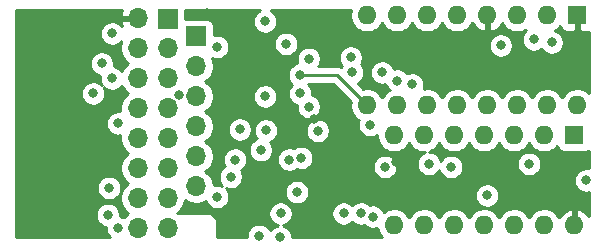
<source format=gbr>
G04 #@! TF.GenerationSoftware,KiCad,Pcbnew,5.1.5+dfsg1-2build2*
G04 #@! TF.CreationDate,2022-11-08T07:02:07+00:00*
G04 #@! TF.ProjectId,link-up-serial,6c696e6b-2d75-4702-9d73-657269616c2e,rev?*
G04 #@! TF.SameCoordinates,Original*
G04 #@! TF.FileFunction,Copper,L3,Inr*
G04 #@! TF.FilePolarity,Positive*
%FSLAX46Y46*%
G04 Gerber Fmt 4.6, Leading zero omitted, Abs format (unit mm)*
G04 Created by KiCad (PCBNEW 5.1.5+dfsg1-2build2) date 2022-11-08 07:02:07*
%MOMM*%
%LPD*%
G04 APERTURE LIST*
%ADD10O,1.600000X1.600000*%
%ADD11R,1.600000X1.600000*%
%ADD12O,1.700000X1.700000*%
%ADD13R,1.700000X1.700000*%
%ADD14C,0.800000*%
%ADD15C,0.250000*%
%ADD16C,0.254000*%
G04 APERTURE END LIST*
D10*
X131064000Y-110998000D03*
X113284000Y-103378000D03*
X128524000Y-110998000D03*
X115824000Y-103378000D03*
X125984000Y-110998000D03*
X118364000Y-103378000D03*
X123444000Y-110998000D03*
X120904000Y-103378000D03*
X120904000Y-110998000D03*
X123444000Y-103378000D03*
X118364000Y-110998000D03*
X125984000Y-103378000D03*
X115824000Y-110998000D03*
X128524000Y-103378000D03*
X113284000Y-110998000D03*
D11*
X131064000Y-103378000D03*
D10*
X130810000Y-121158000D03*
X115570000Y-113538000D03*
X128270000Y-121158000D03*
X118110000Y-113538000D03*
X125730000Y-121158000D03*
X120650000Y-113538000D03*
X123190000Y-121158000D03*
X123190000Y-113538000D03*
X120650000Y-121158000D03*
X125730000Y-113538000D03*
X118110000Y-121158000D03*
X128270000Y-113538000D03*
X115570000Y-121158000D03*
D11*
X130810000Y-113538000D03*
D12*
X98806000Y-117856000D03*
X98806000Y-115316000D03*
X98806000Y-112776000D03*
X98806000Y-110236000D03*
X98806000Y-107696000D03*
D13*
X98806000Y-105156000D03*
D12*
X93840000Y-121400000D03*
X96380000Y-121400000D03*
X93840000Y-118860000D03*
X96380000Y-118860000D03*
X93840000Y-116320000D03*
X96380000Y-116320000D03*
X93840000Y-113780000D03*
X96380000Y-113780000D03*
X93840000Y-111240000D03*
X96380000Y-111240000D03*
X93840000Y-108700000D03*
X96380000Y-108700000D03*
X93840000Y-106160000D03*
X96380000Y-106160000D03*
X93840000Y-103620000D03*
D13*
X96380000Y-103700000D03*
D14*
X104695149Y-113109851D03*
X102489000Y-113030000D03*
X107317956Y-118336990D03*
X118491000Y-115951000D03*
X106426000Y-105791000D03*
X102108000Y-115597010D03*
X104394000Y-106045000D03*
X108712000Y-103759000D03*
X99695000Y-103161000D03*
X109093000Y-109982000D03*
X108807846Y-112189693D03*
X115727147Y-115811080D03*
X105956500Y-120142000D03*
X101727000Y-117047010D03*
X111290500Y-120142000D03*
X113737526Y-120416721D03*
X113538000Y-112649000D03*
X117094000Y-109220000D03*
X107569000Y-108446180D03*
X106680000Y-115597010D03*
X115824000Y-108900185D03*
X127381000Y-105410000D03*
X92202000Y-121412000D03*
X92202000Y-112522000D03*
X109093000Y-113157000D03*
X91313000Y-120269000D03*
X90080000Y-109982000D03*
X97358703Y-110147475D03*
X112776000Y-120142000D03*
X91440000Y-117983000D03*
X90805000Y-107442000D03*
X111887000Y-106934000D03*
X114808000Y-116205000D03*
X114554000Y-108204000D03*
X112014000Y-108204000D03*
X108331000Y-111125000D03*
X108331000Y-107061000D03*
X91694000Y-108712000D03*
X91694000Y-104902000D03*
X104648000Y-103886000D03*
X131826000Y-117348000D03*
X100584000Y-118745000D03*
X123444000Y-118618000D03*
X104140000Y-122047000D03*
X105918000Y-122175000D03*
X127000000Y-115951000D03*
X120396000Y-116205000D03*
X100584000Y-106045000D03*
X104267000Y-114780010D03*
X124587000Y-105918000D03*
X128905000Y-105664000D03*
X104648000Y-110233010D03*
X107606000Y-109982000D03*
X107696000Y-115443000D03*
D15*
X110732180Y-108446180D02*
X113538000Y-111252000D01*
X107569000Y-108446180D02*
X110732180Y-108446180D01*
D16*
G36*
X104157744Y-102968795D02*
G01*
X103988226Y-103082063D01*
X103844063Y-103226226D01*
X103730795Y-103395744D01*
X103652774Y-103584102D01*
X103613000Y-103784061D01*
X103613000Y-103987939D01*
X103652774Y-104187898D01*
X103730795Y-104376256D01*
X103844063Y-104545774D01*
X103988226Y-104689937D01*
X104157744Y-104803205D01*
X104346102Y-104881226D01*
X104546061Y-104921000D01*
X104749939Y-104921000D01*
X104949898Y-104881226D01*
X105138256Y-104803205D01*
X105307774Y-104689937D01*
X105451937Y-104545774D01*
X105565205Y-104376256D01*
X105643226Y-104187898D01*
X105683000Y-103987939D01*
X105683000Y-103784061D01*
X105643226Y-103584102D01*
X105565205Y-103395744D01*
X105451937Y-103226226D01*
X105307774Y-103082063D01*
X105138256Y-102968795D01*
X105117023Y-102960000D01*
X111904033Y-102960000D01*
X111849000Y-103236665D01*
X111849000Y-103519335D01*
X111904147Y-103796574D01*
X112012320Y-104057727D01*
X112169363Y-104292759D01*
X112369241Y-104492637D01*
X112604273Y-104649680D01*
X112865426Y-104757853D01*
X113142665Y-104813000D01*
X113425335Y-104813000D01*
X113702574Y-104757853D01*
X113963727Y-104649680D01*
X114198759Y-104492637D01*
X114398637Y-104292759D01*
X114554000Y-104060241D01*
X114709363Y-104292759D01*
X114909241Y-104492637D01*
X115144273Y-104649680D01*
X115405426Y-104757853D01*
X115682665Y-104813000D01*
X115965335Y-104813000D01*
X116242574Y-104757853D01*
X116503727Y-104649680D01*
X116738759Y-104492637D01*
X116938637Y-104292759D01*
X117094000Y-104060241D01*
X117249363Y-104292759D01*
X117449241Y-104492637D01*
X117684273Y-104649680D01*
X117945426Y-104757853D01*
X118222665Y-104813000D01*
X118505335Y-104813000D01*
X118782574Y-104757853D01*
X119043727Y-104649680D01*
X119278759Y-104492637D01*
X119478637Y-104292759D01*
X119634000Y-104060241D01*
X119789363Y-104292759D01*
X119989241Y-104492637D01*
X120224273Y-104649680D01*
X120485426Y-104757853D01*
X120762665Y-104813000D01*
X121045335Y-104813000D01*
X121322574Y-104757853D01*
X121583727Y-104649680D01*
X121818759Y-104492637D01*
X122018637Y-104292759D01*
X122175680Y-104057727D01*
X122180067Y-104047135D01*
X122291615Y-104233131D01*
X122480586Y-104441519D01*
X122706580Y-104609037D01*
X122960913Y-104729246D01*
X123094961Y-104769904D01*
X123317000Y-104647915D01*
X123317000Y-103505000D01*
X123297000Y-103505000D01*
X123297000Y-103251000D01*
X123317000Y-103251000D01*
X123317000Y-103231000D01*
X123571000Y-103231000D01*
X123571000Y-103251000D01*
X123591000Y-103251000D01*
X123591000Y-103505000D01*
X123571000Y-103505000D01*
X123571000Y-104647915D01*
X123793039Y-104769904D01*
X123927087Y-104729246D01*
X124181420Y-104609037D01*
X124407414Y-104441519D01*
X124596385Y-104233131D01*
X124707933Y-104047135D01*
X124712320Y-104057727D01*
X124869363Y-104292759D01*
X125069241Y-104492637D01*
X125304273Y-104649680D01*
X125565426Y-104757853D01*
X125842665Y-104813000D01*
X126125335Y-104813000D01*
X126402574Y-104757853D01*
X126663727Y-104649680D01*
X126705563Y-104621726D01*
X126577063Y-104750226D01*
X126463795Y-104919744D01*
X126385774Y-105108102D01*
X126346000Y-105308061D01*
X126346000Y-105511939D01*
X126385774Y-105711898D01*
X126463795Y-105900256D01*
X126577063Y-106069774D01*
X126721226Y-106213937D01*
X126890744Y-106327205D01*
X127079102Y-106405226D01*
X127279061Y-106445000D01*
X127482939Y-106445000D01*
X127682898Y-106405226D01*
X127871256Y-106327205D01*
X128031716Y-106219989D01*
X128101063Y-106323774D01*
X128245226Y-106467937D01*
X128414744Y-106581205D01*
X128603102Y-106659226D01*
X128803061Y-106699000D01*
X129006939Y-106699000D01*
X129206898Y-106659226D01*
X129395256Y-106581205D01*
X129564774Y-106467937D01*
X129708937Y-106323774D01*
X129822205Y-106154256D01*
X129900226Y-105965898D01*
X129940000Y-105765939D01*
X129940000Y-105562061D01*
X129900226Y-105362102D01*
X129822205Y-105173744D01*
X129708937Y-105004226D01*
X129564774Y-104860063D01*
X129395256Y-104746795D01*
X129206898Y-104668774D01*
X129173614Y-104662153D01*
X129203727Y-104649680D01*
X129438759Y-104492637D01*
X129637357Y-104294039D01*
X129638188Y-104302482D01*
X129674498Y-104422180D01*
X129733463Y-104532494D01*
X129812815Y-104629185D01*
X129909506Y-104708537D01*
X130019820Y-104767502D01*
X130139518Y-104803812D01*
X130264000Y-104816072D01*
X130778250Y-104813000D01*
X130937000Y-104654250D01*
X130937000Y-103505000D01*
X130917000Y-103505000D01*
X130917000Y-103251000D01*
X130937000Y-103251000D01*
X130937000Y-103231000D01*
X131191000Y-103231000D01*
X131191000Y-103251000D01*
X131211000Y-103251000D01*
X131211000Y-103505000D01*
X131191000Y-103505000D01*
X131191000Y-104654250D01*
X131349750Y-104813000D01*
X131864000Y-104816072D01*
X131988482Y-104803812D01*
X132020001Y-104794251D01*
X132020001Y-109924605D01*
X131978759Y-109883363D01*
X131743727Y-109726320D01*
X131482574Y-109618147D01*
X131205335Y-109563000D01*
X130922665Y-109563000D01*
X130645426Y-109618147D01*
X130384273Y-109726320D01*
X130149241Y-109883363D01*
X129949363Y-110083241D01*
X129794000Y-110315759D01*
X129638637Y-110083241D01*
X129438759Y-109883363D01*
X129203727Y-109726320D01*
X128942574Y-109618147D01*
X128665335Y-109563000D01*
X128382665Y-109563000D01*
X128105426Y-109618147D01*
X127844273Y-109726320D01*
X127609241Y-109883363D01*
X127409363Y-110083241D01*
X127254000Y-110315759D01*
X127098637Y-110083241D01*
X126898759Y-109883363D01*
X126663727Y-109726320D01*
X126402574Y-109618147D01*
X126125335Y-109563000D01*
X125842665Y-109563000D01*
X125565426Y-109618147D01*
X125304273Y-109726320D01*
X125069241Y-109883363D01*
X124869363Y-110083241D01*
X124714000Y-110315759D01*
X124558637Y-110083241D01*
X124358759Y-109883363D01*
X124123727Y-109726320D01*
X123862574Y-109618147D01*
X123585335Y-109563000D01*
X123302665Y-109563000D01*
X123025426Y-109618147D01*
X122764273Y-109726320D01*
X122529241Y-109883363D01*
X122329363Y-110083241D01*
X122174000Y-110315759D01*
X122018637Y-110083241D01*
X121818759Y-109883363D01*
X121583727Y-109726320D01*
X121322574Y-109618147D01*
X121045335Y-109563000D01*
X120762665Y-109563000D01*
X120485426Y-109618147D01*
X120224273Y-109726320D01*
X119989241Y-109883363D01*
X119789363Y-110083241D01*
X119634000Y-110315759D01*
X119478637Y-110083241D01*
X119278759Y-109883363D01*
X119043727Y-109726320D01*
X118782574Y-109618147D01*
X118505335Y-109563000D01*
X118222665Y-109563000D01*
X118058690Y-109595617D01*
X118089226Y-109521898D01*
X118129000Y-109321939D01*
X118129000Y-109118061D01*
X118089226Y-108918102D01*
X118011205Y-108729744D01*
X117897937Y-108560226D01*
X117753774Y-108416063D01*
X117584256Y-108302795D01*
X117395898Y-108224774D01*
X117195939Y-108185000D01*
X116992061Y-108185000D01*
X116792102Y-108224774D01*
X116655340Y-108281423D01*
X116627937Y-108240411D01*
X116483774Y-108096248D01*
X116314256Y-107982980D01*
X116125898Y-107904959D01*
X115925939Y-107865185D01*
X115722061Y-107865185D01*
X115548255Y-107899757D01*
X115471205Y-107713744D01*
X115357937Y-107544226D01*
X115213774Y-107400063D01*
X115044256Y-107286795D01*
X114855898Y-107208774D01*
X114655939Y-107169000D01*
X114452061Y-107169000D01*
X114252102Y-107208774D01*
X114063744Y-107286795D01*
X113894226Y-107400063D01*
X113750063Y-107544226D01*
X113636795Y-107713744D01*
X113558774Y-107902102D01*
X113519000Y-108102061D01*
X113519000Y-108305939D01*
X113558774Y-108505898D01*
X113636795Y-108694256D01*
X113750063Y-108863774D01*
X113894226Y-109007937D01*
X114063744Y-109121205D01*
X114252102Y-109199226D01*
X114452061Y-109239000D01*
X114655939Y-109239000D01*
X114829745Y-109204428D01*
X114906795Y-109390441D01*
X115020063Y-109559959D01*
X115164226Y-109704122D01*
X115177099Y-109712723D01*
X115144273Y-109726320D01*
X114909241Y-109883363D01*
X114709363Y-110083241D01*
X114554000Y-110315759D01*
X114398637Y-110083241D01*
X114198759Y-109883363D01*
X113963727Y-109726320D01*
X113702574Y-109618147D01*
X113425335Y-109563000D01*
X113142665Y-109563000D01*
X112960114Y-109599312D01*
X112488523Y-109127722D01*
X112504256Y-109121205D01*
X112673774Y-109007937D01*
X112817937Y-108863774D01*
X112931205Y-108694256D01*
X113009226Y-108505898D01*
X113049000Y-108305939D01*
X113049000Y-108102061D01*
X113009226Y-107902102D01*
X112931205Y-107713744D01*
X112817937Y-107544226D01*
X112761652Y-107487941D01*
X112804205Y-107424256D01*
X112882226Y-107235898D01*
X112922000Y-107035939D01*
X112922000Y-106832061D01*
X112882226Y-106632102D01*
X112804205Y-106443744D01*
X112690937Y-106274226D01*
X112546774Y-106130063D01*
X112377256Y-106016795D01*
X112188898Y-105938774D01*
X111988939Y-105899000D01*
X111785061Y-105899000D01*
X111585102Y-105938774D01*
X111396744Y-106016795D01*
X111227226Y-106130063D01*
X111083063Y-106274226D01*
X110969795Y-106443744D01*
X110891774Y-106632102D01*
X110852000Y-106832061D01*
X110852000Y-107035939D01*
X110891774Y-107235898D01*
X110969795Y-107424256D01*
X111083063Y-107593774D01*
X111139348Y-107650059D01*
X111096795Y-107713744D01*
X111074557Y-107767430D01*
X111024427Y-107740634D01*
X110881166Y-107697177D01*
X110769513Y-107686180D01*
X110769502Y-107686180D01*
X110732180Y-107682504D01*
X110694858Y-107686180D01*
X109158052Y-107686180D01*
X109248205Y-107551256D01*
X109326226Y-107362898D01*
X109366000Y-107162939D01*
X109366000Y-106959061D01*
X109326226Y-106759102D01*
X109248205Y-106570744D01*
X109134937Y-106401226D01*
X108990774Y-106257063D01*
X108821256Y-106143795D01*
X108632898Y-106065774D01*
X108432939Y-106026000D01*
X108229061Y-106026000D01*
X108029102Y-106065774D01*
X107840744Y-106143795D01*
X107671226Y-106257063D01*
X107527063Y-106401226D01*
X107413795Y-106570744D01*
X107335774Y-106759102D01*
X107296000Y-106959061D01*
X107296000Y-107162939D01*
X107335774Y-107362898D01*
X107364244Y-107431631D01*
X107267102Y-107450954D01*
X107078744Y-107528975D01*
X106909226Y-107642243D01*
X106765063Y-107786406D01*
X106651795Y-107955924D01*
X106573774Y-108144282D01*
X106534000Y-108344241D01*
X106534000Y-108548119D01*
X106573774Y-108748078D01*
X106651795Y-108936436D01*
X106765063Y-109105954D01*
X106891699Y-109232590D01*
X106802063Y-109322226D01*
X106688795Y-109491744D01*
X106610774Y-109680102D01*
X106571000Y-109880061D01*
X106571000Y-110083939D01*
X106610774Y-110283898D01*
X106688795Y-110472256D01*
X106802063Y-110641774D01*
X106946226Y-110785937D01*
X107115744Y-110899205D01*
X107304102Y-110977226D01*
X107305078Y-110977420D01*
X107296000Y-111023061D01*
X107296000Y-111226939D01*
X107335774Y-111426898D01*
X107413795Y-111615256D01*
X107527063Y-111784774D01*
X107671226Y-111928937D01*
X107840744Y-112042205D01*
X108029102Y-112120226D01*
X108229061Y-112160000D01*
X108432939Y-112160000D01*
X108632898Y-112120226D01*
X108821256Y-112042205D01*
X108990774Y-111928937D01*
X109134937Y-111784774D01*
X109248205Y-111615256D01*
X109326226Y-111426898D01*
X109366000Y-111226939D01*
X109366000Y-111023061D01*
X109326226Y-110823102D01*
X109248205Y-110634744D01*
X109134937Y-110465226D01*
X108990774Y-110321063D01*
X108821256Y-110207795D01*
X108632898Y-110129774D01*
X108631922Y-110129580D01*
X108641000Y-110083939D01*
X108641000Y-109880061D01*
X108601226Y-109680102D01*
X108523205Y-109491744D01*
X108409937Y-109322226D01*
X108293891Y-109206180D01*
X110417379Y-109206180D01*
X111885312Y-110674114D01*
X111849000Y-110856665D01*
X111849000Y-111139335D01*
X111904147Y-111416574D01*
X112012320Y-111677727D01*
X112169363Y-111912759D01*
X112369241Y-112112637D01*
X112581223Y-112254279D01*
X112542774Y-112347102D01*
X112503000Y-112547061D01*
X112503000Y-112750939D01*
X112542774Y-112950898D01*
X112620795Y-113139256D01*
X112734063Y-113308774D01*
X112878226Y-113452937D01*
X113047744Y-113566205D01*
X113236102Y-113644226D01*
X113436061Y-113684000D01*
X113639939Y-113684000D01*
X113839898Y-113644226D01*
X114028256Y-113566205D01*
X114135000Y-113494881D01*
X114135000Y-113679335D01*
X114190147Y-113956574D01*
X114298320Y-114217727D01*
X114455363Y-114452759D01*
X114655241Y-114652637D01*
X114890273Y-114809680D01*
X115151426Y-114917853D01*
X115428665Y-114973000D01*
X115711335Y-114973000D01*
X115988574Y-114917853D01*
X116249727Y-114809680D01*
X116484759Y-114652637D01*
X116684637Y-114452759D01*
X116840000Y-114220241D01*
X116995363Y-114452759D01*
X117195241Y-114652637D01*
X117430273Y-114809680D01*
X117691426Y-114917853D01*
X117968665Y-114973000D01*
X118147515Y-114973000D01*
X118000744Y-115033795D01*
X117831226Y-115147063D01*
X117687063Y-115291226D01*
X117573795Y-115460744D01*
X117495774Y-115649102D01*
X117456000Y-115849061D01*
X117456000Y-116052939D01*
X117495774Y-116252898D01*
X117573795Y-116441256D01*
X117687063Y-116610774D01*
X117831226Y-116754937D01*
X118000744Y-116868205D01*
X118189102Y-116946226D01*
X118389061Y-116986000D01*
X118592939Y-116986000D01*
X118792898Y-116946226D01*
X118981256Y-116868205D01*
X119150774Y-116754937D01*
X119294937Y-116610774D01*
X119392417Y-116464884D01*
X119400774Y-116506898D01*
X119478795Y-116695256D01*
X119592063Y-116864774D01*
X119736226Y-117008937D01*
X119905744Y-117122205D01*
X120094102Y-117200226D01*
X120294061Y-117240000D01*
X120497939Y-117240000D01*
X120697898Y-117200226D01*
X120886256Y-117122205D01*
X121055774Y-117008937D01*
X121199937Y-116864774D01*
X121313205Y-116695256D01*
X121391226Y-116506898D01*
X121431000Y-116306939D01*
X121431000Y-116103061D01*
X121391226Y-115903102D01*
X121368842Y-115849061D01*
X125965000Y-115849061D01*
X125965000Y-116052939D01*
X126004774Y-116252898D01*
X126082795Y-116441256D01*
X126196063Y-116610774D01*
X126340226Y-116754937D01*
X126509744Y-116868205D01*
X126698102Y-116946226D01*
X126898061Y-116986000D01*
X127101939Y-116986000D01*
X127301898Y-116946226D01*
X127490256Y-116868205D01*
X127659774Y-116754937D01*
X127803937Y-116610774D01*
X127917205Y-116441256D01*
X127995226Y-116252898D01*
X128035000Y-116052939D01*
X128035000Y-115849061D01*
X127995226Y-115649102D01*
X127917205Y-115460744D01*
X127803937Y-115291226D01*
X127659774Y-115147063D01*
X127490256Y-115033795D01*
X127301898Y-114955774D01*
X127101939Y-114916000D01*
X126898061Y-114916000D01*
X126698102Y-114955774D01*
X126509744Y-115033795D01*
X126340226Y-115147063D01*
X126196063Y-115291226D01*
X126082795Y-115460744D01*
X126004774Y-115649102D01*
X125965000Y-115849061D01*
X121368842Y-115849061D01*
X121313205Y-115714744D01*
X121199937Y-115545226D01*
X121055774Y-115401063D01*
X120886256Y-115287795D01*
X120697898Y-115209774D01*
X120497939Y-115170000D01*
X120294061Y-115170000D01*
X120094102Y-115209774D01*
X119905744Y-115287795D01*
X119736226Y-115401063D01*
X119592063Y-115545226D01*
X119494583Y-115691116D01*
X119486226Y-115649102D01*
X119408205Y-115460744D01*
X119294937Y-115291226D01*
X119150774Y-115147063D01*
X118981256Y-115033795D01*
X118792898Y-114955774D01*
X118592939Y-114916000D01*
X118533048Y-114916000D01*
X118789727Y-114809680D01*
X119024759Y-114652637D01*
X119224637Y-114452759D01*
X119380000Y-114220241D01*
X119535363Y-114452759D01*
X119735241Y-114652637D01*
X119970273Y-114809680D01*
X120231426Y-114917853D01*
X120508665Y-114973000D01*
X120791335Y-114973000D01*
X121068574Y-114917853D01*
X121329727Y-114809680D01*
X121564759Y-114652637D01*
X121764637Y-114452759D01*
X121920000Y-114220241D01*
X122075363Y-114452759D01*
X122275241Y-114652637D01*
X122510273Y-114809680D01*
X122771426Y-114917853D01*
X123048665Y-114973000D01*
X123331335Y-114973000D01*
X123608574Y-114917853D01*
X123869727Y-114809680D01*
X124104759Y-114652637D01*
X124304637Y-114452759D01*
X124460000Y-114220241D01*
X124615363Y-114452759D01*
X124815241Y-114652637D01*
X125050273Y-114809680D01*
X125311426Y-114917853D01*
X125588665Y-114973000D01*
X125871335Y-114973000D01*
X126148574Y-114917853D01*
X126409727Y-114809680D01*
X126644759Y-114652637D01*
X126844637Y-114452759D01*
X127000000Y-114220241D01*
X127155363Y-114452759D01*
X127355241Y-114652637D01*
X127590273Y-114809680D01*
X127851426Y-114917853D01*
X128128665Y-114973000D01*
X128411335Y-114973000D01*
X128688574Y-114917853D01*
X128949727Y-114809680D01*
X129184759Y-114652637D01*
X129383357Y-114454039D01*
X129384188Y-114462482D01*
X129420498Y-114582180D01*
X129479463Y-114692494D01*
X129558815Y-114789185D01*
X129655506Y-114868537D01*
X129765820Y-114927502D01*
X129885518Y-114963812D01*
X130010000Y-114976072D01*
X131610000Y-114976072D01*
X131734482Y-114963812D01*
X131854180Y-114927502D01*
X131964494Y-114868537D01*
X132020000Y-114822984D01*
X132020000Y-116331312D01*
X131927939Y-116313000D01*
X131724061Y-116313000D01*
X131524102Y-116352774D01*
X131335744Y-116430795D01*
X131166226Y-116544063D01*
X131022063Y-116688226D01*
X130908795Y-116857744D01*
X130830774Y-117046102D01*
X130791000Y-117246061D01*
X130791000Y-117449939D01*
X130830774Y-117649898D01*
X130908795Y-117838256D01*
X131022063Y-118007774D01*
X131166226Y-118151937D01*
X131335744Y-118265205D01*
X131524102Y-118343226D01*
X131724061Y-118383000D01*
X131927939Y-118383000D01*
X132020000Y-118364688D01*
X132020000Y-120398937D01*
X131962385Y-120302869D01*
X131773414Y-120094481D01*
X131547420Y-119926963D01*
X131293087Y-119806754D01*
X131159039Y-119766096D01*
X130937000Y-119888085D01*
X130937000Y-121031000D01*
X130957000Y-121031000D01*
X130957000Y-121285000D01*
X130937000Y-121285000D01*
X130937000Y-121305000D01*
X130683000Y-121305000D01*
X130683000Y-121285000D01*
X130663000Y-121285000D01*
X130663000Y-121031000D01*
X130683000Y-121031000D01*
X130683000Y-119888085D01*
X130460961Y-119766096D01*
X130326913Y-119806754D01*
X130072580Y-119926963D01*
X129846586Y-120094481D01*
X129657615Y-120302869D01*
X129546067Y-120488865D01*
X129541680Y-120478273D01*
X129384637Y-120243241D01*
X129184759Y-120043363D01*
X128949727Y-119886320D01*
X128688574Y-119778147D01*
X128411335Y-119723000D01*
X128128665Y-119723000D01*
X127851426Y-119778147D01*
X127590273Y-119886320D01*
X127355241Y-120043363D01*
X127155363Y-120243241D01*
X127000000Y-120475759D01*
X126844637Y-120243241D01*
X126644759Y-120043363D01*
X126409727Y-119886320D01*
X126148574Y-119778147D01*
X125871335Y-119723000D01*
X125588665Y-119723000D01*
X125311426Y-119778147D01*
X125050273Y-119886320D01*
X124815241Y-120043363D01*
X124615363Y-120243241D01*
X124460000Y-120475759D01*
X124304637Y-120243241D01*
X124104759Y-120043363D01*
X123869727Y-119886320D01*
X123608574Y-119778147D01*
X123331335Y-119723000D01*
X123048665Y-119723000D01*
X122771426Y-119778147D01*
X122510273Y-119886320D01*
X122275241Y-120043363D01*
X122075363Y-120243241D01*
X121920000Y-120475759D01*
X121764637Y-120243241D01*
X121564759Y-120043363D01*
X121329727Y-119886320D01*
X121068574Y-119778147D01*
X120791335Y-119723000D01*
X120508665Y-119723000D01*
X120231426Y-119778147D01*
X119970273Y-119886320D01*
X119735241Y-120043363D01*
X119535363Y-120243241D01*
X119380000Y-120475759D01*
X119224637Y-120243241D01*
X119024759Y-120043363D01*
X118789727Y-119886320D01*
X118528574Y-119778147D01*
X118251335Y-119723000D01*
X117968665Y-119723000D01*
X117691426Y-119778147D01*
X117430273Y-119886320D01*
X117195241Y-120043363D01*
X116995363Y-120243241D01*
X116840000Y-120475759D01*
X116684637Y-120243241D01*
X116484759Y-120043363D01*
X116249727Y-119886320D01*
X115988574Y-119778147D01*
X115711335Y-119723000D01*
X115428665Y-119723000D01*
X115151426Y-119778147D01*
X114890273Y-119886320D01*
X114692766Y-120018290D01*
X114654731Y-119926465D01*
X114541463Y-119756947D01*
X114397300Y-119612784D01*
X114227782Y-119499516D01*
X114039424Y-119421495D01*
X113839465Y-119381721D01*
X113635587Y-119381721D01*
X113505340Y-119407629D01*
X113435774Y-119338063D01*
X113266256Y-119224795D01*
X113077898Y-119146774D01*
X112877939Y-119107000D01*
X112674061Y-119107000D01*
X112474102Y-119146774D01*
X112285744Y-119224795D01*
X112116226Y-119338063D01*
X112033250Y-119421039D01*
X111950274Y-119338063D01*
X111780756Y-119224795D01*
X111592398Y-119146774D01*
X111392439Y-119107000D01*
X111188561Y-119107000D01*
X110988602Y-119146774D01*
X110800244Y-119224795D01*
X110630726Y-119338063D01*
X110486563Y-119482226D01*
X110373295Y-119651744D01*
X110295274Y-119840102D01*
X110255500Y-120040061D01*
X110255500Y-120243939D01*
X110295274Y-120443898D01*
X110373295Y-120632256D01*
X110486563Y-120801774D01*
X110630726Y-120945937D01*
X110800244Y-121059205D01*
X110988602Y-121137226D01*
X111188561Y-121177000D01*
X111392439Y-121177000D01*
X111592398Y-121137226D01*
X111780756Y-121059205D01*
X111950274Y-120945937D01*
X112033250Y-120862961D01*
X112116226Y-120945937D01*
X112285744Y-121059205D01*
X112474102Y-121137226D01*
X112674061Y-121177000D01*
X112877939Y-121177000D01*
X113008186Y-121151092D01*
X113077752Y-121220658D01*
X113247270Y-121333926D01*
X113435628Y-121411947D01*
X113635587Y-121451721D01*
X113839465Y-121451721D01*
X114039424Y-121411947D01*
X114148420Y-121366799D01*
X114190147Y-121576574D01*
X114298320Y-121837727D01*
X114455363Y-122072759D01*
X114522604Y-122140000D01*
X106953000Y-122140000D01*
X106953000Y-122073061D01*
X106913226Y-121873102D01*
X106835205Y-121684744D01*
X106721937Y-121515226D01*
X106577774Y-121371063D01*
X106408256Y-121257795D01*
X106219898Y-121179774D01*
X106132196Y-121162329D01*
X106258398Y-121137226D01*
X106446756Y-121059205D01*
X106616274Y-120945937D01*
X106760437Y-120801774D01*
X106873705Y-120632256D01*
X106951726Y-120443898D01*
X106991500Y-120243939D01*
X106991500Y-120040061D01*
X106951726Y-119840102D01*
X106873705Y-119651744D01*
X106760437Y-119482226D01*
X106616274Y-119338063D01*
X106446756Y-119224795D01*
X106258398Y-119146774D01*
X106058439Y-119107000D01*
X105854561Y-119107000D01*
X105654602Y-119146774D01*
X105466244Y-119224795D01*
X105296726Y-119338063D01*
X105152563Y-119482226D01*
X105039295Y-119651744D01*
X104961274Y-119840102D01*
X104921500Y-120040061D01*
X104921500Y-120243939D01*
X104961274Y-120443898D01*
X105039295Y-120632256D01*
X105152563Y-120801774D01*
X105296726Y-120945937D01*
X105466244Y-121059205D01*
X105654602Y-121137226D01*
X105742304Y-121154671D01*
X105616102Y-121179774D01*
X105427744Y-121257795D01*
X105258226Y-121371063D01*
X105114063Y-121515226D01*
X105068348Y-121583644D01*
X105057205Y-121556744D01*
X104943937Y-121387226D01*
X104799774Y-121243063D01*
X104630256Y-121129795D01*
X104441898Y-121051774D01*
X104241939Y-121012000D01*
X104038061Y-121012000D01*
X103838102Y-121051774D01*
X103649744Y-121129795D01*
X103480226Y-121243063D01*
X103336063Y-121387226D01*
X103222795Y-121556744D01*
X103144774Y-121745102D01*
X103105000Y-121945061D01*
X103105000Y-122140000D01*
X100540000Y-122140000D01*
X100540000Y-120832419D01*
X100543193Y-120800000D01*
X100530450Y-120670617D01*
X100492710Y-120546207D01*
X100431425Y-120431550D01*
X100348948Y-120331052D01*
X100248450Y-120248575D01*
X100133793Y-120187290D01*
X100009383Y-120149550D01*
X99912419Y-120140000D01*
X99880000Y-120136807D01*
X99847581Y-120140000D01*
X97167206Y-120140000D01*
X97152240Y-120130000D01*
X97326632Y-120013475D01*
X97533475Y-119806632D01*
X97695990Y-119563411D01*
X97807932Y-119293158D01*
X97863775Y-119012420D01*
X98102589Y-119171990D01*
X98372842Y-119283932D01*
X98659740Y-119341000D01*
X98952260Y-119341000D01*
X99239158Y-119283932D01*
X99509411Y-119171990D01*
X99612153Y-119103340D01*
X99666795Y-119235256D01*
X99780063Y-119404774D01*
X99924226Y-119548937D01*
X100093744Y-119662205D01*
X100282102Y-119740226D01*
X100482061Y-119780000D01*
X100685939Y-119780000D01*
X100885898Y-119740226D01*
X101074256Y-119662205D01*
X101243774Y-119548937D01*
X101387937Y-119404774D01*
X101501205Y-119235256D01*
X101579226Y-119046898D01*
X101619000Y-118846939D01*
X101619000Y-118643061D01*
X101579226Y-118443102D01*
X101501205Y-118254744D01*
X101488047Y-118235051D01*
X106282956Y-118235051D01*
X106282956Y-118438929D01*
X106322730Y-118638888D01*
X106400751Y-118827246D01*
X106514019Y-118996764D01*
X106658182Y-119140927D01*
X106827700Y-119254195D01*
X107016058Y-119332216D01*
X107216017Y-119371990D01*
X107419895Y-119371990D01*
X107619854Y-119332216D01*
X107808212Y-119254195D01*
X107977730Y-119140927D01*
X108121893Y-118996764D01*
X108235161Y-118827246D01*
X108313182Y-118638888D01*
X108337613Y-118516061D01*
X122409000Y-118516061D01*
X122409000Y-118719939D01*
X122448774Y-118919898D01*
X122526795Y-119108256D01*
X122640063Y-119277774D01*
X122784226Y-119421937D01*
X122953744Y-119535205D01*
X123142102Y-119613226D01*
X123342061Y-119653000D01*
X123545939Y-119653000D01*
X123745898Y-119613226D01*
X123934256Y-119535205D01*
X124103774Y-119421937D01*
X124247937Y-119277774D01*
X124361205Y-119108256D01*
X124439226Y-118919898D01*
X124479000Y-118719939D01*
X124479000Y-118516061D01*
X124439226Y-118316102D01*
X124361205Y-118127744D01*
X124247937Y-117958226D01*
X124103774Y-117814063D01*
X123934256Y-117700795D01*
X123745898Y-117622774D01*
X123545939Y-117583000D01*
X123342061Y-117583000D01*
X123142102Y-117622774D01*
X122953744Y-117700795D01*
X122784226Y-117814063D01*
X122640063Y-117958226D01*
X122526795Y-118127744D01*
X122448774Y-118316102D01*
X122409000Y-118516061D01*
X108337613Y-118516061D01*
X108352956Y-118438929D01*
X108352956Y-118235051D01*
X108313182Y-118035092D01*
X108235161Y-117846734D01*
X108121893Y-117677216D01*
X107977730Y-117533053D01*
X107808212Y-117419785D01*
X107619854Y-117341764D01*
X107419895Y-117301990D01*
X107216017Y-117301990D01*
X107016058Y-117341764D01*
X106827700Y-117419785D01*
X106658182Y-117533053D01*
X106514019Y-117677216D01*
X106400751Y-117846734D01*
X106322730Y-118035092D01*
X106282956Y-118235051D01*
X101488047Y-118235051D01*
X101387937Y-118085226D01*
X101288268Y-117985557D01*
X101425102Y-118042236D01*
X101625061Y-118082010D01*
X101828939Y-118082010D01*
X102028898Y-118042236D01*
X102217256Y-117964215D01*
X102386774Y-117850947D01*
X102530937Y-117706784D01*
X102644205Y-117537266D01*
X102722226Y-117348908D01*
X102762000Y-117148949D01*
X102762000Y-116945071D01*
X102722226Y-116745112D01*
X102644205Y-116556754D01*
X102610372Y-116506119D01*
X102767774Y-116400947D01*
X102911937Y-116256784D01*
X103025205Y-116087266D01*
X103103226Y-115898908D01*
X103143000Y-115698949D01*
X103143000Y-115495071D01*
X103103226Y-115295112D01*
X103025205Y-115106754D01*
X102911937Y-114937236D01*
X102767774Y-114793073D01*
X102598256Y-114679805D01*
X102594070Y-114678071D01*
X103232000Y-114678071D01*
X103232000Y-114881949D01*
X103271774Y-115081908D01*
X103349795Y-115270266D01*
X103463063Y-115439784D01*
X103607226Y-115583947D01*
X103776744Y-115697215D01*
X103965102Y-115775236D01*
X104165061Y-115815010D01*
X104368939Y-115815010D01*
X104568898Y-115775236D01*
X104757256Y-115697215D01*
X104926774Y-115583947D01*
X105015650Y-115495071D01*
X105645000Y-115495071D01*
X105645000Y-115698949D01*
X105684774Y-115898908D01*
X105762795Y-116087266D01*
X105876063Y-116256784D01*
X106020226Y-116400947D01*
X106189744Y-116514215D01*
X106378102Y-116592236D01*
X106578061Y-116632010D01*
X106781939Y-116632010D01*
X106981898Y-116592236D01*
X107170256Y-116514215D01*
X107326123Y-116410068D01*
X107394102Y-116438226D01*
X107594061Y-116478000D01*
X107797939Y-116478000D01*
X107997898Y-116438226D01*
X108186256Y-116360205D01*
X108355774Y-116246937D01*
X108499650Y-116103061D01*
X113773000Y-116103061D01*
X113773000Y-116306939D01*
X113812774Y-116506898D01*
X113890795Y-116695256D01*
X114004063Y-116864774D01*
X114148226Y-117008937D01*
X114317744Y-117122205D01*
X114506102Y-117200226D01*
X114706061Y-117240000D01*
X114909939Y-117240000D01*
X115109898Y-117200226D01*
X115298256Y-117122205D01*
X115467774Y-117008937D01*
X115611937Y-116864774D01*
X115725205Y-116695256D01*
X115803226Y-116506898D01*
X115843000Y-116306939D01*
X115843000Y-116103061D01*
X115803226Y-115903102D01*
X115725205Y-115714744D01*
X115611937Y-115545226D01*
X115467774Y-115401063D01*
X115298256Y-115287795D01*
X115109898Y-115209774D01*
X114909939Y-115170000D01*
X114706061Y-115170000D01*
X114506102Y-115209774D01*
X114317744Y-115287795D01*
X114148226Y-115401063D01*
X114004063Y-115545226D01*
X113890795Y-115714744D01*
X113812774Y-115903102D01*
X113773000Y-116103061D01*
X108499650Y-116103061D01*
X108499937Y-116102774D01*
X108613205Y-115933256D01*
X108691226Y-115744898D01*
X108731000Y-115544939D01*
X108731000Y-115341061D01*
X108691226Y-115141102D01*
X108613205Y-114952744D01*
X108499937Y-114783226D01*
X108355774Y-114639063D01*
X108186256Y-114525795D01*
X107997898Y-114447774D01*
X107797939Y-114408000D01*
X107594061Y-114408000D01*
X107394102Y-114447774D01*
X107205744Y-114525795D01*
X107049877Y-114629942D01*
X106981898Y-114601784D01*
X106781939Y-114562010D01*
X106578061Y-114562010D01*
X106378102Y-114601784D01*
X106189744Y-114679805D01*
X106020226Y-114793073D01*
X105876063Y-114937236D01*
X105762795Y-115106754D01*
X105684774Y-115295112D01*
X105645000Y-115495071D01*
X105015650Y-115495071D01*
X105070937Y-115439784D01*
X105184205Y-115270266D01*
X105262226Y-115081908D01*
X105302000Y-114881949D01*
X105302000Y-114678071D01*
X105262226Y-114478112D01*
X105184205Y-114289754D01*
X105070937Y-114120236D01*
X105038576Y-114087875D01*
X105185405Y-114027056D01*
X105354923Y-113913788D01*
X105499086Y-113769625D01*
X105612354Y-113600107D01*
X105690375Y-113411749D01*
X105730149Y-113211790D01*
X105730149Y-113055061D01*
X108058000Y-113055061D01*
X108058000Y-113258939D01*
X108097774Y-113458898D01*
X108175795Y-113647256D01*
X108289063Y-113816774D01*
X108433226Y-113960937D01*
X108602744Y-114074205D01*
X108791102Y-114152226D01*
X108991061Y-114192000D01*
X109194939Y-114192000D01*
X109394898Y-114152226D01*
X109583256Y-114074205D01*
X109752774Y-113960937D01*
X109896937Y-113816774D01*
X110010205Y-113647256D01*
X110088226Y-113458898D01*
X110128000Y-113258939D01*
X110128000Y-113055061D01*
X110088226Y-112855102D01*
X110010205Y-112666744D01*
X109896937Y-112497226D01*
X109752774Y-112353063D01*
X109583256Y-112239795D01*
X109394898Y-112161774D01*
X109194939Y-112122000D01*
X108991061Y-112122000D01*
X108791102Y-112161774D01*
X108602744Y-112239795D01*
X108433226Y-112353063D01*
X108289063Y-112497226D01*
X108175795Y-112666744D01*
X108097774Y-112855102D01*
X108058000Y-113055061D01*
X105730149Y-113055061D01*
X105730149Y-113007912D01*
X105690375Y-112807953D01*
X105612354Y-112619595D01*
X105499086Y-112450077D01*
X105354923Y-112305914D01*
X105185405Y-112192646D01*
X104997047Y-112114625D01*
X104797088Y-112074851D01*
X104593210Y-112074851D01*
X104393251Y-112114625D01*
X104204893Y-112192646D01*
X104035375Y-112305914D01*
X103891212Y-112450077D01*
X103777944Y-112619595D01*
X103699923Y-112807953D01*
X103660149Y-113007912D01*
X103660149Y-113211790D01*
X103699923Y-113411749D01*
X103777944Y-113600107D01*
X103891212Y-113769625D01*
X103923573Y-113801986D01*
X103776744Y-113862805D01*
X103607226Y-113976073D01*
X103463063Y-114120236D01*
X103349795Y-114289754D01*
X103271774Y-114478112D01*
X103232000Y-114678071D01*
X102594070Y-114678071D01*
X102409898Y-114601784D01*
X102209939Y-114562010D01*
X102006061Y-114562010D01*
X101806102Y-114601784D01*
X101617744Y-114679805D01*
X101448226Y-114793073D01*
X101304063Y-114937236D01*
X101190795Y-115106754D01*
X101112774Y-115295112D01*
X101073000Y-115495071D01*
X101073000Y-115698949D01*
X101112774Y-115898908D01*
X101190795Y-116087266D01*
X101224628Y-116137901D01*
X101067226Y-116243073D01*
X100923063Y-116387236D01*
X100809795Y-116556754D01*
X100731774Y-116745112D01*
X100692000Y-116945071D01*
X100692000Y-117148949D01*
X100731774Y-117348908D01*
X100809795Y-117537266D01*
X100923063Y-117706784D01*
X101022732Y-117806453D01*
X100885898Y-117749774D01*
X100685939Y-117710000D01*
X100482061Y-117710000D01*
X100291000Y-117748004D01*
X100291000Y-117709740D01*
X100233932Y-117422842D01*
X100121990Y-117152589D01*
X99959475Y-116909368D01*
X99752632Y-116702525D01*
X99578240Y-116586000D01*
X99752632Y-116469475D01*
X99959475Y-116262632D01*
X100121990Y-116019411D01*
X100233932Y-115749158D01*
X100291000Y-115462260D01*
X100291000Y-115169740D01*
X100233932Y-114882842D01*
X100121990Y-114612589D01*
X99959475Y-114369368D01*
X99752632Y-114162525D01*
X99578240Y-114046000D01*
X99752632Y-113929475D01*
X99959475Y-113722632D01*
X100121990Y-113479411D01*
X100233932Y-113209158D01*
X100289846Y-112928061D01*
X101454000Y-112928061D01*
X101454000Y-113131939D01*
X101493774Y-113331898D01*
X101571795Y-113520256D01*
X101685063Y-113689774D01*
X101829226Y-113833937D01*
X101998744Y-113947205D01*
X102187102Y-114025226D01*
X102387061Y-114065000D01*
X102590939Y-114065000D01*
X102790898Y-114025226D01*
X102979256Y-113947205D01*
X103148774Y-113833937D01*
X103292937Y-113689774D01*
X103406205Y-113520256D01*
X103484226Y-113331898D01*
X103524000Y-113131939D01*
X103524000Y-112928061D01*
X103484226Y-112728102D01*
X103406205Y-112539744D01*
X103292937Y-112370226D01*
X103148774Y-112226063D01*
X102979256Y-112112795D01*
X102790898Y-112034774D01*
X102590939Y-111995000D01*
X102387061Y-111995000D01*
X102187102Y-112034774D01*
X101998744Y-112112795D01*
X101829226Y-112226063D01*
X101685063Y-112370226D01*
X101571795Y-112539744D01*
X101493774Y-112728102D01*
X101454000Y-112928061D01*
X100289846Y-112928061D01*
X100291000Y-112922260D01*
X100291000Y-112629740D01*
X100233932Y-112342842D01*
X100121990Y-112072589D01*
X99959475Y-111829368D01*
X99752632Y-111622525D01*
X99578240Y-111506000D01*
X99752632Y-111389475D01*
X99959475Y-111182632D01*
X100121990Y-110939411D01*
X100233932Y-110669158D01*
X100291000Y-110382260D01*
X100291000Y-110131071D01*
X103613000Y-110131071D01*
X103613000Y-110334949D01*
X103652774Y-110534908D01*
X103730795Y-110723266D01*
X103844063Y-110892784D01*
X103988226Y-111036947D01*
X104157744Y-111150215D01*
X104346102Y-111228236D01*
X104546061Y-111268010D01*
X104749939Y-111268010D01*
X104949898Y-111228236D01*
X105138256Y-111150215D01*
X105307774Y-111036947D01*
X105451937Y-110892784D01*
X105565205Y-110723266D01*
X105643226Y-110534908D01*
X105683000Y-110334949D01*
X105683000Y-110131071D01*
X105643226Y-109931112D01*
X105565205Y-109742754D01*
X105451937Y-109573236D01*
X105307774Y-109429073D01*
X105138256Y-109315805D01*
X104949898Y-109237784D01*
X104749939Y-109198010D01*
X104546061Y-109198010D01*
X104346102Y-109237784D01*
X104157744Y-109315805D01*
X103988226Y-109429073D01*
X103844063Y-109573236D01*
X103730795Y-109742754D01*
X103652774Y-109931112D01*
X103613000Y-110131071D01*
X100291000Y-110131071D01*
X100291000Y-110089740D01*
X100233932Y-109802842D01*
X100121990Y-109532589D01*
X99959475Y-109289368D01*
X99752632Y-109082525D01*
X99578240Y-108966000D01*
X99752632Y-108849475D01*
X99959475Y-108642632D01*
X100121990Y-108399411D01*
X100233932Y-108129158D01*
X100291000Y-107842260D01*
X100291000Y-107549740D01*
X100233932Y-107262842D01*
X100121990Y-106992589D01*
X100104728Y-106966755D01*
X100282102Y-107040226D01*
X100482061Y-107080000D01*
X100685939Y-107080000D01*
X100885898Y-107040226D01*
X101074256Y-106962205D01*
X101243774Y-106848937D01*
X101387937Y-106704774D01*
X101501205Y-106535256D01*
X101579226Y-106346898D01*
X101619000Y-106146939D01*
X101619000Y-105943061D01*
X101579226Y-105743102D01*
X101556842Y-105689061D01*
X105391000Y-105689061D01*
X105391000Y-105892939D01*
X105430774Y-106092898D01*
X105508795Y-106281256D01*
X105622063Y-106450774D01*
X105766226Y-106594937D01*
X105935744Y-106708205D01*
X106124102Y-106786226D01*
X106324061Y-106826000D01*
X106527939Y-106826000D01*
X106727898Y-106786226D01*
X106916256Y-106708205D01*
X107085774Y-106594937D01*
X107229937Y-106450774D01*
X107343205Y-106281256D01*
X107421226Y-106092898D01*
X107461000Y-105892939D01*
X107461000Y-105816061D01*
X123552000Y-105816061D01*
X123552000Y-106019939D01*
X123591774Y-106219898D01*
X123669795Y-106408256D01*
X123783063Y-106577774D01*
X123927226Y-106721937D01*
X124096744Y-106835205D01*
X124285102Y-106913226D01*
X124485061Y-106953000D01*
X124688939Y-106953000D01*
X124888898Y-106913226D01*
X125077256Y-106835205D01*
X125246774Y-106721937D01*
X125390937Y-106577774D01*
X125504205Y-106408256D01*
X125582226Y-106219898D01*
X125622000Y-106019939D01*
X125622000Y-105816061D01*
X125582226Y-105616102D01*
X125504205Y-105427744D01*
X125390937Y-105258226D01*
X125246774Y-105114063D01*
X125077256Y-105000795D01*
X124888898Y-104922774D01*
X124688939Y-104883000D01*
X124485061Y-104883000D01*
X124285102Y-104922774D01*
X124096744Y-105000795D01*
X123927226Y-105114063D01*
X123783063Y-105258226D01*
X123669795Y-105427744D01*
X123591774Y-105616102D01*
X123552000Y-105816061D01*
X107461000Y-105816061D01*
X107461000Y-105689061D01*
X107421226Y-105489102D01*
X107343205Y-105300744D01*
X107229937Y-105131226D01*
X107085774Y-104987063D01*
X106916256Y-104873795D01*
X106727898Y-104795774D01*
X106527939Y-104756000D01*
X106324061Y-104756000D01*
X106124102Y-104795774D01*
X105935744Y-104873795D01*
X105766226Y-104987063D01*
X105622063Y-105131226D01*
X105508795Y-105300744D01*
X105430774Y-105489102D01*
X105391000Y-105689061D01*
X101556842Y-105689061D01*
X101501205Y-105554744D01*
X101387937Y-105385226D01*
X101243774Y-105241063D01*
X101074256Y-105127795D01*
X100885898Y-105049774D01*
X100685939Y-105010000D01*
X100482061Y-105010000D01*
X100294072Y-105047393D01*
X100294072Y-104306000D01*
X100281812Y-104181518D01*
X100245502Y-104061820D01*
X100186537Y-103951506D01*
X100107185Y-103854815D01*
X100010494Y-103775463D01*
X99900180Y-103716498D01*
X99780482Y-103680188D01*
X99656000Y-103667928D01*
X97956000Y-103667928D01*
X97868072Y-103676588D01*
X97868072Y-102960000D01*
X104178977Y-102960000D01*
X104157744Y-102968795D01*
G37*
X104157744Y-102968795D02*
X103988226Y-103082063D01*
X103844063Y-103226226D01*
X103730795Y-103395744D01*
X103652774Y-103584102D01*
X103613000Y-103784061D01*
X103613000Y-103987939D01*
X103652774Y-104187898D01*
X103730795Y-104376256D01*
X103844063Y-104545774D01*
X103988226Y-104689937D01*
X104157744Y-104803205D01*
X104346102Y-104881226D01*
X104546061Y-104921000D01*
X104749939Y-104921000D01*
X104949898Y-104881226D01*
X105138256Y-104803205D01*
X105307774Y-104689937D01*
X105451937Y-104545774D01*
X105565205Y-104376256D01*
X105643226Y-104187898D01*
X105683000Y-103987939D01*
X105683000Y-103784061D01*
X105643226Y-103584102D01*
X105565205Y-103395744D01*
X105451937Y-103226226D01*
X105307774Y-103082063D01*
X105138256Y-102968795D01*
X105117023Y-102960000D01*
X111904033Y-102960000D01*
X111849000Y-103236665D01*
X111849000Y-103519335D01*
X111904147Y-103796574D01*
X112012320Y-104057727D01*
X112169363Y-104292759D01*
X112369241Y-104492637D01*
X112604273Y-104649680D01*
X112865426Y-104757853D01*
X113142665Y-104813000D01*
X113425335Y-104813000D01*
X113702574Y-104757853D01*
X113963727Y-104649680D01*
X114198759Y-104492637D01*
X114398637Y-104292759D01*
X114554000Y-104060241D01*
X114709363Y-104292759D01*
X114909241Y-104492637D01*
X115144273Y-104649680D01*
X115405426Y-104757853D01*
X115682665Y-104813000D01*
X115965335Y-104813000D01*
X116242574Y-104757853D01*
X116503727Y-104649680D01*
X116738759Y-104492637D01*
X116938637Y-104292759D01*
X117094000Y-104060241D01*
X117249363Y-104292759D01*
X117449241Y-104492637D01*
X117684273Y-104649680D01*
X117945426Y-104757853D01*
X118222665Y-104813000D01*
X118505335Y-104813000D01*
X118782574Y-104757853D01*
X119043727Y-104649680D01*
X119278759Y-104492637D01*
X119478637Y-104292759D01*
X119634000Y-104060241D01*
X119789363Y-104292759D01*
X119989241Y-104492637D01*
X120224273Y-104649680D01*
X120485426Y-104757853D01*
X120762665Y-104813000D01*
X121045335Y-104813000D01*
X121322574Y-104757853D01*
X121583727Y-104649680D01*
X121818759Y-104492637D01*
X122018637Y-104292759D01*
X122175680Y-104057727D01*
X122180067Y-104047135D01*
X122291615Y-104233131D01*
X122480586Y-104441519D01*
X122706580Y-104609037D01*
X122960913Y-104729246D01*
X123094961Y-104769904D01*
X123317000Y-104647915D01*
X123317000Y-103505000D01*
X123297000Y-103505000D01*
X123297000Y-103251000D01*
X123317000Y-103251000D01*
X123317000Y-103231000D01*
X123571000Y-103231000D01*
X123571000Y-103251000D01*
X123591000Y-103251000D01*
X123591000Y-103505000D01*
X123571000Y-103505000D01*
X123571000Y-104647915D01*
X123793039Y-104769904D01*
X123927087Y-104729246D01*
X124181420Y-104609037D01*
X124407414Y-104441519D01*
X124596385Y-104233131D01*
X124707933Y-104047135D01*
X124712320Y-104057727D01*
X124869363Y-104292759D01*
X125069241Y-104492637D01*
X125304273Y-104649680D01*
X125565426Y-104757853D01*
X125842665Y-104813000D01*
X126125335Y-104813000D01*
X126402574Y-104757853D01*
X126663727Y-104649680D01*
X126705563Y-104621726D01*
X126577063Y-104750226D01*
X126463795Y-104919744D01*
X126385774Y-105108102D01*
X126346000Y-105308061D01*
X126346000Y-105511939D01*
X126385774Y-105711898D01*
X126463795Y-105900256D01*
X126577063Y-106069774D01*
X126721226Y-106213937D01*
X126890744Y-106327205D01*
X127079102Y-106405226D01*
X127279061Y-106445000D01*
X127482939Y-106445000D01*
X127682898Y-106405226D01*
X127871256Y-106327205D01*
X128031716Y-106219989D01*
X128101063Y-106323774D01*
X128245226Y-106467937D01*
X128414744Y-106581205D01*
X128603102Y-106659226D01*
X128803061Y-106699000D01*
X129006939Y-106699000D01*
X129206898Y-106659226D01*
X129395256Y-106581205D01*
X129564774Y-106467937D01*
X129708937Y-106323774D01*
X129822205Y-106154256D01*
X129900226Y-105965898D01*
X129940000Y-105765939D01*
X129940000Y-105562061D01*
X129900226Y-105362102D01*
X129822205Y-105173744D01*
X129708937Y-105004226D01*
X129564774Y-104860063D01*
X129395256Y-104746795D01*
X129206898Y-104668774D01*
X129173614Y-104662153D01*
X129203727Y-104649680D01*
X129438759Y-104492637D01*
X129637357Y-104294039D01*
X129638188Y-104302482D01*
X129674498Y-104422180D01*
X129733463Y-104532494D01*
X129812815Y-104629185D01*
X129909506Y-104708537D01*
X130019820Y-104767502D01*
X130139518Y-104803812D01*
X130264000Y-104816072D01*
X130778250Y-104813000D01*
X130937000Y-104654250D01*
X130937000Y-103505000D01*
X130917000Y-103505000D01*
X130917000Y-103251000D01*
X130937000Y-103251000D01*
X130937000Y-103231000D01*
X131191000Y-103231000D01*
X131191000Y-103251000D01*
X131211000Y-103251000D01*
X131211000Y-103505000D01*
X131191000Y-103505000D01*
X131191000Y-104654250D01*
X131349750Y-104813000D01*
X131864000Y-104816072D01*
X131988482Y-104803812D01*
X132020001Y-104794251D01*
X132020001Y-109924605D01*
X131978759Y-109883363D01*
X131743727Y-109726320D01*
X131482574Y-109618147D01*
X131205335Y-109563000D01*
X130922665Y-109563000D01*
X130645426Y-109618147D01*
X130384273Y-109726320D01*
X130149241Y-109883363D01*
X129949363Y-110083241D01*
X129794000Y-110315759D01*
X129638637Y-110083241D01*
X129438759Y-109883363D01*
X129203727Y-109726320D01*
X128942574Y-109618147D01*
X128665335Y-109563000D01*
X128382665Y-109563000D01*
X128105426Y-109618147D01*
X127844273Y-109726320D01*
X127609241Y-109883363D01*
X127409363Y-110083241D01*
X127254000Y-110315759D01*
X127098637Y-110083241D01*
X126898759Y-109883363D01*
X126663727Y-109726320D01*
X126402574Y-109618147D01*
X126125335Y-109563000D01*
X125842665Y-109563000D01*
X125565426Y-109618147D01*
X125304273Y-109726320D01*
X125069241Y-109883363D01*
X124869363Y-110083241D01*
X124714000Y-110315759D01*
X124558637Y-110083241D01*
X124358759Y-109883363D01*
X124123727Y-109726320D01*
X123862574Y-109618147D01*
X123585335Y-109563000D01*
X123302665Y-109563000D01*
X123025426Y-109618147D01*
X122764273Y-109726320D01*
X122529241Y-109883363D01*
X122329363Y-110083241D01*
X122174000Y-110315759D01*
X122018637Y-110083241D01*
X121818759Y-109883363D01*
X121583727Y-109726320D01*
X121322574Y-109618147D01*
X121045335Y-109563000D01*
X120762665Y-109563000D01*
X120485426Y-109618147D01*
X120224273Y-109726320D01*
X119989241Y-109883363D01*
X119789363Y-110083241D01*
X119634000Y-110315759D01*
X119478637Y-110083241D01*
X119278759Y-109883363D01*
X119043727Y-109726320D01*
X118782574Y-109618147D01*
X118505335Y-109563000D01*
X118222665Y-109563000D01*
X118058690Y-109595617D01*
X118089226Y-109521898D01*
X118129000Y-109321939D01*
X118129000Y-109118061D01*
X118089226Y-108918102D01*
X118011205Y-108729744D01*
X117897937Y-108560226D01*
X117753774Y-108416063D01*
X117584256Y-108302795D01*
X117395898Y-108224774D01*
X117195939Y-108185000D01*
X116992061Y-108185000D01*
X116792102Y-108224774D01*
X116655340Y-108281423D01*
X116627937Y-108240411D01*
X116483774Y-108096248D01*
X116314256Y-107982980D01*
X116125898Y-107904959D01*
X115925939Y-107865185D01*
X115722061Y-107865185D01*
X115548255Y-107899757D01*
X115471205Y-107713744D01*
X115357937Y-107544226D01*
X115213774Y-107400063D01*
X115044256Y-107286795D01*
X114855898Y-107208774D01*
X114655939Y-107169000D01*
X114452061Y-107169000D01*
X114252102Y-107208774D01*
X114063744Y-107286795D01*
X113894226Y-107400063D01*
X113750063Y-107544226D01*
X113636795Y-107713744D01*
X113558774Y-107902102D01*
X113519000Y-108102061D01*
X113519000Y-108305939D01*
X113558774Y-108505898D01*
X113636795Y-108694256D01*
X113750063Y-108863774D01*
X113894226Y-109007937D01*
X114063744Y-109121205D01*
X114252102Y-109199226D01*
X114452061Y-109239000D01*
X114655939Y-109239000D01*
X114829745Y-109204428D01*
X114906795Y-109390441D01*
X115020063Y-109559959D01*
X115164226Y-109704122D01*
X115177099Y-109712723D01*
X115144273Y-109726320D01*
X114909241Y-109883363D01*
X114709363Y-110083241D01*
X114554000Y-110315759D01*
X114398637Y-110083241D01*
X114198759Y-109883363D01*
X113963727Y-109726320D01*
X113702574Y-109618147D01*
X113425335Y-109563000D01*
X113142665Y-109563000D01*
X112960114Y-109599312D01*
X112488523Y-109127722D01*
X112504256Y-109121205D01*
X112673774Y-109007937D01*
X112817937Y-108863774D01*
X112931205Y-108694256D01*
X113009226Y-108505898D01*
X113049000Y-108305939D01*
X113049000Y-108102061D01*
X113009226Y-107902102D01*
X112931205Y-107713744D01*
X112817937Y-107544226D01*
X112761652Y-107487941D01*
X112804205Y-107424256D01*
X112882226Y-107235898D01*
X112922000Y-107035939D01*
X112922000Y-106832061D01*
X112882226Y-106632102D01*
X112804205Y-106443744D01*
X112690937Y-106274226D01*
X112546774Y-106130063D01*
X112377256Y-106016795D01*
X112188898Y-105938774D01*
X111988939Y-105899000D01*
X111785061Y-105899000D01*
X111585102Y-105938774D01*
X111396744Y-106016795D01*
X111227226Y-106130063D01*
X111083063Y-106274226D01*
X110969795Y-106443744D01*
X110891774Y-106632102D01*
X110852000Y-106832061D01*
X110852000Y-107035939D01*
X110891774Y-107235898D01*
X110969795Y-107424256D01*
X111083063Y-107593774D01*
X111139348Y-107650059D01*
X111096795Y-107713744D01*
X111074557Y-107767430D01*
X111024427Y-107740634D01*
X110881166Y-107697177D01*
X110769513Y-107686180D01*
X110769502Y-107686180D01*
X110732180Y-107682504D01*
X110694858Y-107686180D01*
X109158052Y-107686180D01*
X109248205Y-107551256D01*
X109326226Y-107362898D01*
X109366000Y-107162939D01*
X109366000Y-106959061D01*
X109326226Y-106759102D01*
X109248205Y-106570744D01*
X109134937Y-106401226D01*
X108990774Y-106257063D01*
X108821256Y-106143795D01*
X108632898Y-106065774D01*
X108432939Y-106026000D01*
X108229061Y-106026000D01*
X108029102Y-106065774D01*
X107840744Y-106143795D01*
X107671226Y-106257063D01*
X107527063Y-106401226D01*
X107413795Y-106570744D01*
X107335774Y-106759102D01*
X107296000Y-106959061D01*
X107296000Y-107162939D01*
X107335774Y-107362898D01*
X107364244Y-107431631D01*
X107267102Y-107450954D01*
X107078744Y-107528975D01*
X106909226Y-107642243D01*
X106765063Y-107786406D01*
X106651795Y-107955924D01*
X106573774Y-108144282D01*
X106534000Y-108344241D01*
X106534000Y-108548119D01*
X106573774Y-108748078D01*
X106651795Y-108936436D01*
X106765063Y-109105954D01*
X106891699Y-109232590D01*
X106802063Y-109322226D01*
X106688795Y-109491744D01*
X106610774Y-109680102D01*
X106571000Y-109880061D01*
X106571000Y-110083939D01*
X106610774Y-110283898D01*
X106688795Y-110472256D01*
X106802063Y-110641774D01*
X106946226Y-110785937D01*
X107115744Y-110899205D01*
X107304102Y-110977226D01*
X107305078Y-110977420D01*
X107296000Y-111023061D01*
X107296000Y-111226939D01*
X107335774Y-111426898D01*
X107413795Y-111615256D01*
X107527063Y-111784774D01*
X107671226Y-111928937D01*
X107840744Y-112042205D01*
X108029102Y-112120226D01*
X108229061Y-112160000D01*
X108432939Y-112160000D01*
X108632898Y-112120226D01*
X108821256Y-112042205D01*
X108990774Y-111928937D01*
X109134937Y-111784774D01*
X109248205Y-111615256D01*
X109326226Y-111426898D01*
X109366000Y-111226939D01*
X109366000Y-111023061D01*
X109326226Y-110823102D01*
X109248205Y-110634744D01*
X109134937Y-110465226D01*
X108990774Y-110321063D01*
X108821256Y-110207795D01*
X108632898Y-110129774D01*
X108631922Y-110129580D01*
X108641000Y-110083939D01*
X108641000Y-109880061D01*
X108601226Y-109680102D01*
X108523205Y-109491744D01*
X108409937Y-109322226D01*
X108293891Y-109206180D01*
X110417379Y-109206180D01*
X111885312Y-110674114D01*
X111849000Y-110856665D01*
X111849000Y-111139335D01*
X111904147Y-111416574D01*
X112012320Y-111677727D01*
X112169363Y-111912759D01*
X112369241Y-112112637D01*
X112581223Y-112254279D01*
X112542774Y-112347102D01*
X112503000Y-112547061D01*
X112503000Y-112750939D01*
X112542774Y-112950898D01*
X112620795Y-113139256D01*
X112734063Y-113308774D01*
X112878226Y-113452937D01*
X113047744Y-113566205D01*
X113236102Y-113644226D01*
X113436061Y-113684000D01*
X113639939Y-113684000D01*
X113839898Y-113644226D01*
X114028256Y-113566205D01*
X114135000Y-113494881D01*
X114135000Y-113679335D01*
X114190147Y-113956574D01*
X114298320Y-114217727D01*
X114455363Y-114452759D01*
X114655241Y-114652637D01*
X114890273Y-114809680D01*
X115151426Y-114917853D01*
X115428665Y-114973000D01*
X115711335Y-114973000D01*
X115988574Y-114917853D01*
X116249727Y-114809680D01*
X116484759Y-114652637D01*
X116684637Y-114452759D01*
X116840000Y-114220241D01*
X116995363Y-114452759D01*
X117195241Y-114652637D01*
X117430273Y-114809680D01*
X117691426Y-114917853D01*
X117968665Y-114973000D01*
X118147515Y-114973000D01*
X118000744Y-115033795D01*
X117831226Y-115147063D01*
X117687063Y-115291226D01*
X117573795Y-115460744D01*
X117495774Y-115649102D01*
X117456000Y-115849061D01*
X117456000Y-116052939D01*
X117495774Y-116252898D01*
X117573795Y-116441256D01*
X117687063Y-116610774D01*
X117831226Y-116754937D01*
X118000744Y-116868205D01*
X118189102Y-116946226D01*
X118389061Y-116986000D01*
X118592939Y-116986000D01*
X118792898Y-116946226D01*
X118981256Y-116868205D01*
X119150774Y-116754937D01*
X119294937Y-116610774D01*
X119392417Y-116464884D01*
X119400774Y-116506898D01*
X119478795Y-116695256D01*
X119592063Y-116864774D01*
X119736226Y-117008937D01*
X119905744Y-117122205D01*
X120094102Y-117200226D01*
X120294061Y-117240000D01*
X120497939Y-117240000D01*
X120697898Y-117200226D01*
X120886256Y-117122205D01*
X121055774Y-117008937D01*
X121199937Y-116864774D01*
X121313205Y-116695256D01*
X121391226Y-116506898D01*
X121431000Y-116306939D01*
X121431000Y-116103061D01*
X121391226Y-115903102D01*
X121368842Y-115849061D01*
X125965000Y-115849061D01*
X125965000Y-116052939D01*
X126004774Y-116252898D01*
X126082795Y-116441256D01*
X126196063Y-116610774D01*
X126340226Y-116754937D01*
X126509744Y-116868205D01*
X126698102Y-116946226D01*
X126898061Y-116986000D01*
X127101939Y-116986000D01*
X127301898Y-116946226D01*
X127490256Y-116868205D01*
X127659774Y-116754937D01*
X127803937Y-116610774D01*
X127917205Y-116441256D01*
X127995226Y-116252898D01*
X128035000Y-116052939D01*
X128035000Y-115849061D01*
X127995226Y-115649102D01*
X127917205Y-115460744D01*
X127803937Y-115291226D01*
X127659774Y-115147063D01*
X127490256Y-115033795D01*
X127301898Y-114955774D01*
X127101939Y-114916000D01*
X126898061Y-114916000D01*
X126698102Y-114955774D01*
X126509744Y-115033795D01*
X126340226Y-115147063D01*
X126196063Y-115291226D01*
X126082795Y-115460744D01*
X126004774Y-115649102D01*
X125965000Y-115849061D01*
X121368842Y-115849061D01*
X121313205Y-115714744D01*
X121199937Y-115545226D01*
X121055774Y-115401063D01*
X120886256Y-115287795D01*
X120697898Y-115209774D01*
X120497939Y-115170000D01*
X120294061Y-115170000D01*
X120094102Y-115209774D01*
X119905744Y-115287795D01*
X119736226Y-115401063D01*
X119592063Y-115545226D01*
X119494583Y-115691116D01*
X119486226Y-115649102D01*
X119408205Y-115460744D01*
X119294937Y-115291226D01*
X119150774Y-115147063D01*
X118981256Y-115033795D01*
X118792898Y-114955774D01*
X118592939Y-114916000D01*
X118533048Y-114916000D01*
X118789727Y-114809680D01*
X119024759Y-114652637D01*
X119224637Y-114452759D01*
X119380000Y-114220241D01*
X119535363Y-114452759D01*
X119735241Y-114652637D01*
X119970273Y-114809680D01*
X120231426Y-114917853D01*
X120508665Y-114973000D01*
X120791335Y-114973000D01*
X121068574Y-114917853D01*
X121329727Y-114809680D01*
X121564759Y-114652637D01*
X121764637Y-114452759D01*
X121920000Y-114220241D01*
X122075363Y-114452759D01*
X122275241Y-114652637D01*
X122510273Y-114809680D01*
X122771426Y-114917853D01*
X123048665Y-114973000D01*
X123331335Y-114973000D01*
X123608574Y-114917853D01*
X123869727Y-114809680D01*
X124104759Y-114652637D01*
X124304637Y-114452759D01*
X124460000Y-114220241D01*
X124615363Y-114452759D01*
X124815241Y-114652637D01*
X125050273Y-114809680D01*
X125311426Y-114917853D01*
X125588665Y-114973000D01*
X125871335Y-114973000D01*
X126148574Y-114917853D01*
X126409727Y-114809680D01*
X126644759Y-114652637D01*
X126844637Y-114452759D01*
X127000000Y-114220241D01*
X127155363Y-114452759D01*
X127355241Y-114652637D01*
X127590273Y-114809680D01*
X127851426Y-114917853D01*
X128128665Y-114973000D01*
X128411335Y-114973000D01*
X128688574Y-114917853D01*
X128949727Y-114809680D01*
X129184759Y-114652637D01*
X129383357Y-114454039D01*
X129384188Y-114462482D01*
X129420498Y-114582180D01*
X129479463Y-114692494D01*
X129558815Y-114789185D01*
X129655506Y-114868537D01*
X129765820Y-114927502D01*
X129885518Y-114963812D01*
X130010000Y-114976072D01*
X131610000Y-114976072D01*
X131734482Y-114963812D01*
X131854180Y-114927502D01*
X131964494Y-114868537D01*
X132020000Y-114822984D01*
X132020000Y-116331312D01*
X131927939Y-116313000D01*
X131724061Y-116313000D01*
X131524102Y-116352774D01*
X131335744Y-116430795D01*
X131166226Y-116544063D01*
X131022063Y-116688226D01*
X130908795Y-116857744D01*
X130830774Y-117046102D01*
X130791000Y-117246061D01*
X130791000Y-117449939D01*
X130830774Y-117649898D01*
X130908795Y-117838256D01*
X131022063Y-118007774D01*
X131166226Y-118151937D01*
X131335744Y-118265205D01*
X131524102Y-118343226D01*
X131724061Y-118383000D01*
X131927939Y-118383000D01*
X132020000Y-118364688D01*
X132020000Y-120398937D01*
X131962385Y-120302869D01*
X131773414Y-120094481D01*
X131547420Y-119926963D01*
X131293087Y-119806754D01*
X131159039Y-119766096D01*
X130937000Y-119888085D01*
X130937000Y-121031000D01*
X130957000Y-121031000D01*
X130957000Y-121285000D01*
X130937000Y-121285000D01*
X130937000Y-121305000D01*
X130683000Y-121305000D01*
X130683000Y-121285000D01*
X130663000Y-121285000D01*
X130663000Y-121031000D01*
X130683000Y-121031000D01*
X130683000Y-119888085D01*
X130460961Y-119766096D01*
X130326913Y-119806754D01*
X130072580Y-119926963D01*
X129846586Y-120094481D01*
X129657615Y-120302869D01*
X129546067Y-120488865D01*
X129541680Y-120478273D01*
X129384637Y-120243241D01*
X129184759Y-120043363D01*
X128949727Y-119886320D01*
X128688574Y-119778147D01*
X128411335Y-119723000D01*
X128128665Y-119723000D01*
X127851426Y-119778147D01*
X127590273Y-119886320D01*
X127355241Y-120043363D01*
X127155363Y-120243241D01*
X127000000Y-120475759D01*
X126844637Y-120243241D01*
X126644759Y-120043363D01*
X126409727Y-119886320D01*
X126148574Y-119778147D01*
X125871335Y-119723000D01*
X125588665Y-119723000D01*
X125311426Y-119778147D01*
X125050273Y-119886320D01*
X124815241Y-120043363D01*
X124615363Y-120243241D01*
X124460000Y-120475759D01*
X124304637Y-120243241D01*
X124104759Y-120043363D01*
X123869727Y-119886320D01*
X123608574Y-119778147D01*
X123331335Y-119723000D01*
X123048665Y-119723000D01*
X122771426Y-119778147D01*
X122510273Y-119886320D01*
X122275241Y-120043363D01*
X122075363Y-120243241D01*
X121920000Y-120475759D01*
X121764637Y-120243241D01*
X121564759Y-120043363D01*
X121329727Y-119886320D01*
X121068574Y-119778147D01*
X120791335Y-119723000D01*
X120508665Y-119723000D01*
X120231426Y-119778147D01*
X119970273Y-119886320D01*
X119735241Y-120043363D01*
X119535363Y-120243241D01*
X119380000Y-120475759D01*
X119224637Y-120243241D01*
X119024759Y-120043363D01*
X118789727Y-119886320D01*
X118528574Y-119778147D01*
X118251335Y-119723000D01*
X117968665Y-119723000D01*
X117691426Y-119778147D01*
X117430273Y-119886320D01*
X117195241Y-120043363D01*
X116995363Y-120243241D01*
X116840000Y-120475759D01*
X116684637Y-120243241D01*
X116484759Y-120043363D01*
X116249727Y-119886320D01*
X115988574Y-119778147D01*
X115711335Y-119723000D01*
X115428665Y-119723000D01*
X115151426Y-119778147D01*
X114890273Y-119886320D01*
X114692766Y-120018290D01*
X114654731Y-119926465D01*
X114541463Y-119756947D01*
X114397300Y-119612784D01*
X114227782Y-119499516D01*
X114039424Y-119421495D01*
X113839465Y-119381721D01*
X113635587Y-119381721D01*
X113505340Y-119407629D01*
X113435774Y-119338063D01*
X113266256Y-119224795D01*
X113077898Y-119146774D01*
X112877939Y-119107000D01*
X112674061Y-119107000D01*
X112474102Y-119146774D01*
X112285744Y-119224795D01*
X112116226Y-119338063D01*
X112033250Y-119421039D01*
X111950274Y-119338063D01*
X111780756Y-119224795D01*
X111592398Y-119146774D01*
X111392439Y-119107000D01*
X111188561Y-119107000D01*
X110988602Y-119146774D01*
X110800244Y-119224795D01*
X110630726Y-119338063D01*
X110486563Y-119482226D01*
X110373295Y-119651744D01*
X110295274Y-119840102D01*
X110255500Y-120040061D01*
X110255500Y-120243939D01*
X110295274Y-120443898D01*
X110373295Y-120632256D01*
X110486563Y-120801774D01*
X110630726Y-120945937D01*
X110800244Y-121059205D01*
X110988602Y-121137226D01*
X111188561Y-121177000D01*
X111392439Y-121177000D01*
X111592398Y-121137226D01*
X111780756Y-121059205D01*
X111950274Y-120945937D01*
X112033250Y-120862961D01*
X112116226Y-120945937D01*
X112285744Y-121059205D01*
X112474102Y-121137226D01*
X112674061Y-121177000D01*
X112877939Y-121177000D01*
X113008186Y-121151092D01*
X113077752Y-121220658D01*
X113247270Y-121333926D01*
X113435628Y-121411947D01*
X113635587Y-121451721D01*
X113839465Y-121451721D01*
X114039424Y-121411947D01*
X114148420Y-121366799D01*
X114190147Y-121576574D01*
X114298320Y-121837727D01*
X114455363Y-122072759D01*
X114522604Y-122140000D01*
X106953000Y-122140000D01*
X106953000Y-122073061D01*
X106913226Y-121873102D01*
X106835205Y-121684744D01*
X106721937Y-121515226D01*
X106577774Y-121371063D01*
X106408256Y-121257795D01*
X106219898Y-121179774D01*
X106132196Y-121162329D01*
X106258398Y-121137226D01*
X106446756Y-121059205D01*
X106616274Y-120945937D01*
X106760437Y-120801774D01*
X106873705Y-120632256D01*
X106951726Y-120443898D01*
X106991500Y-120243939D01*
X106991500Y-120040061D01*
X106951726Y-119840102D01*
X106873705Y-119651744D01*
X106760437Y-119482226D01*
X106616274Y-119338063D01*
X106446756Y-119224795D01*
X106258398Y-119146774D01*
X106058439Y-119107000D01*
X105854561Y-119107000D01*
X105654602Y-119146774D01*
X105466244Y-119224795D01*
X105296726Y-119338063D01*
X105152563Y-119482226D01*
X105039295Y-119651744D01*
X104961274Y-119840102D01*
X104921500Y-120040061D01*
X104921500Y-120243939D01*
X104961274Y-120443898D01*
X105039295Y-120632256D01*
X105152563Y-120801774D01*
X105296726Y-120945937D01*
X105466244Y-121059205D01*
X105654602Y-121137226D01*
X105742304Y-121154671D01*
X105616102Y-121179774D01*
X105427744Y-121257795D01*
X105258226Y-121371063D01*
X105114063Y-121515226D01*
X105068348Y-121583644D01*
X105057205Y-121556744D01*
X104943937Y-121387226D01*
X104799774Y-121243063D01*
X104630256Y-121129795D01*
X104441898Y-121051774D01*
X104241939Y-121012000D01*
X104038061Y-121012000D01*
X103838102Y-121051774D01*
X103649744Y-121129795D01*
X103480226Y-121243063D01*
X103336063Y-121387226D01*
X103222795Y-121556744D01*
X103144774Y-121745102D01*
X103105000Y-121945061D01*
X103105000Y-122140000D01*
X100540000Y-122140000D01*
X100540000Y-120832419D01*
X100543193Y-120800000D01*
X100530450Y-120670617D01*
X100492710Y-120546207D01*
X100431425Y-120431550D01*
X100348948Y-120331052D01*
X100248450Y-120248575D01*
X100133793Y-120187290D01*
X100009383Y-120149550D01*
X99912419Y-120140000D01*
X99880000Y-120136807D01*
X99847581Y-120140000D01*
X97167206Y-120140000D01*
X97152240Y-120130000D01*
X97326632Y-120013475D01*
X97533475Y-119806632D01*
X97695990Y-119563411D01*
X97807932Y-119293158D01*
X97863775Y-119012420D01*
X98102589Y-119171990D01*
X98372842Y-119283932D01*
X98659740Y-119341000D01*
X98952260Y-119341000D01*
X99239158Y-119283932D01*
X99509411Y-119171990D01*
X99612153Y-119103340D01*
X99666795Y-119235256D01*
X99780063Y-119404774D01*
X99924226Y-119548937D01*
X100093744Y-119662205D01*
X100282102Y-119740226D01*
X100482061Y-119780000D01*
X100685939Y-119780000D01*
X100885898Y-119740226D01*
X101074256Y-119662205D01*
X101243774Y-119548937D01*
X101387937Y-119404774D01*
X101501205Y-119235256D01*
X101579226Y-119046898D01*
X101619000Y-118846939D01*
X101619000Y-118643061D01*
X101579226Y-118443102D01*
X101501205Y-118254744D01*
X101488047Y-118235051D01*
X106282956Y-118235051D01*
X106282956Y-118438929D01*
X106322730Y-118638888D01*
X106400751Y-118827246D01*
X106514019Y-118996764D01*
X106658182Y-119140927D01*
X106827700Y-119254195D01*
X107016058Y-119332216D01*
X107216017Y-119371990D01*
X107419895Y-119371990D01*
X107619854Y-119332216D01*
X107808212Y-119254195D01*
X107977730Y-119140927D01*
X108121893Y-118996764D01*
X108235161Y-118827246D01*
X108313182Y-118638888D01*
X108337613Y-118516061D01*
X122409000Y-118516061D01*
X122409000Y-118719939D01*
X122448774Y-118919898D01*
X122526795Y-119108256D01*
X122640063Y-119277774D01*
X122784226Y-119421937D01*
X122953744Y-119535205D01*
X123142102Y-119613226D01*
X123342061Y-119653000D01*
X123545939Y-119653000D01*
X123745898Y-119613226D01*
X123934256Y-119535205D01*
X124103774Y-119421937D01*
X124247937Y-119277774D01*
X124361205Y-119108256D01*
X124439226Y-118919898D01*
X124479000Y-118719939D01*
X124479000Y-118516061D01*
X124439226Y-118316102D01*
X124361205Y-118127744D01*
X124247937Y-117958226D01*
X124103774Y-117814063D01*
X123934256Y-117700795D01*
X123745898Y-117622774D01*
X123545939Y-117583000D01*
X123342061Y-117583000D01*
X123142102Y-117622774D01*
X122953744Y-117700795D01*
X122784226Y-117814063D01*
X122640063Y-117958226D01*
X122526795Y-118127744D01*
X122448774Y-118316102D01*
X122409000Y-118516061D01*
X108337613Y-118516061D01*
X108352956Y-118438929D01*
X108352956Y-118235051D01*
X108313182Y-118035092D01*
X108235161Y-117846734D01*
X108121893Y-117677216D01*
X107977730Y-117533053D01*
X107808212Y-117419785D01*
X107619854Y-117341764D01*
X107419895Y-117301990D01*
X107216017Y-117301990D01*
X107016058Y-117341764D01*
X106827700Y-117419785D01*
X106658182Y-117533053D01*
X106514019Y-117677216D01*
X106400751Y-117846734D01*
X106322730Y-118035092D01*
X106282956Y-118235051D01*
X101488047Y-118235051D01*
X101387937Y-118085226D01*
X101288268Y-117985557D01*
X101425102Y-118042236D01*
X101625061Y-118082010D01*
X101828939Y-118082010D01*
X102028898Y-118042236D01*
X102217256Y-117964215D01*
X102386774Y-117850947D01*
X102530937Y-117706784D01*
X102644205Y-117537266D01*
X102722226Y-117348908D01*
X102762000Y-117148949D01*
X102762000Y-116945071D01*
X102722226Y-116745112D01*
X102644205Y-116556754D01*
X102610372Y-116506119D01*
X102767774Y-116400947D01*
X102911937Y-116256784D01*
X103025205Y-116087266D01*
X103103226Y-115898908D01*
X103143000Y-115698949D01*
X103143000Y-115495071D01*
X103103226Y-115295112D01*
X103025205Y-115106754D01*
X102911937Y-114937236D01*
X102767774Y-114793073D01*
X102598256Y-114679805D01*
X102594070Y-114678071D01*
X103232000Y-114678071D01*
X103232000Y-114881949D01*
X103271774Y-115081908D01*
X103349795Y-115270266D01*
X103463063Y-115439784D01*
X103607226Y-115583947D01*
X103776744Y-115697215D01*
X103965102Y-115775236D01*
X104165061Y-115815010D01*
X104368939Y-115815010D01*
X104568898Y-115775236D01*
X104757256Y-115697215D01*
X104926774Y-115583947D01*
X105015650Y-115495071D01*
X105645000Y-115495071D01*
X105645000Y-115698949D01*
X105684774Y-115898908D01*
X105762795Y-116087266D01*
X105876063Y-116256784D01*
X106020226Y-116400947D01*
X106189744Y-116514215D01*
X106378102Y-116592236D01*
X106578061Y-116632010D01*
X106781939Y-116632010D01*
X106981898Y-116592236D01*
X107170256Y-116514215D01*
X107326123Y-116410068D01*
X107394102Y-116438226D01*
X107594061Y-116478000D01*
X107797939Y-116478000D01*
X107997898Y-116438226D01*
X108186256Y-116360205D01*
X108355774Y-116246937D01*
X108499650Y-116103061D01*
X113773000Y-116103061D01*
X113773000Y-116306939D01*
X113812774Y-116506898D01*
X113890795Y-116695256D01*
X114004063Y-116864774D01*
X114148226Y-117008937D01*
X114317744Y-117122205D01*
X114506102Y-117200226D01*
X114706061Y-117240000D01*
X114909939Y-117240000D01*
X115109898Y-117200226D01*
X115298256Y-117122205D01*
X115467774Y-117008937D01*
X115611937Y-116864774D01*
X115725205Y-116695256D01*
X115803226Y-116506898D01*
X115843000Y-116306939D01*
X115843000Y-116103061D01*
X115803226Y-115903102D01*
X115725205Y-115714744D01*
X115611937Y-115545226D01*
X115467774Y-115401063D01*
X115298256Y-115287795D01*
X115109898Y-115209774D01*
X114909939Y-115170000D01*
X114706061Y-115170000D01*
X114506102Y-115209774D01*
X114317744Y-115287795D01*
X114148226Y-115401063D01*
X114004063Y-115545226D01*
X113890795Y-115714744D01*
X113812774Y-115903102D01*
X113773000Y-116103061D01*
X108499650Y-116103061D01*
X108499937Y-116102774D01*
X108613205Y-115933256D01*
X108691226Y-115744898D01*
X108731000Y-115544939D01*
X108731000Y-115341061D01*
X108691226Y-115141102D01*
X108613205Y-114952744D01*
X108499937Y-114783226D01*
X108355774Y-114639063D01*
X108186256Y-114525795D01*
X107997898Y-114447774D01*
X107797939Y-114408000D01*
X107594061Y-114408000D01*
X107394102Y-114447774D01*
X107205744Y-114525795D01*
X107049877Y-114629942D01*
X106981898Y-114601784D01*
X106781939Y-114562010D01*
X106578061Y-114562010D01*
X106378102Y-114601784D01*
X106189744Y-114679805D01*
X106020226Y-114793073D01*
X105876063Y-114937236D01*
X105762795Y-115106754D01*
X105684774Y-115295112D01*
X105645000Y-115495071D01*
X105015650Y-115495071D01*
X105070937Y-115439784D01*
X105184205Y-115270266D01*
X105262226Y-115081908D01*
X105302000Y-114881949D01*
X105302000Y-114678071D01*
X105262226Y-114478112D01*
X105184205Y-114289754D01*
X105070937Y-114120236D01*
X105038576Y-114087875D01*
X105185405Y-114027056D01*
X105354923Y-113913788D01*
X105499086Y-113769625D01*
X105612354Y-113600107D01*
X105690375Y-113411749D01*
X105730149Y-113211790D01*
X105730149Y-113055061D01*
X108058000Y-113055061D01*
X108058000Y-113258939D01*
X108097774Y-113458898D01*
X108175795Y-113647256D01*
X108289063Y-113816774D01*
X108433226Y-113960937D01*
X108602744Y-114074205D01*
X108791102Y-114152226D01*
X108991061Y-114192000D01*
X109194939Y-114192000D01*
X109394898Y-114152226D01*
X109583256Y-114074205D01*
X109752774Y-113960937D01*
X109896937Y-113816774D01*
X110010205Y-113647256D01*
X110088226Y-113458898D01*
X110128000Y-113258939D01*
X110128000Y-113055061D01*
X110088226Y-112855102D01*
X110010205Y-112666744D01*
X109896937Y-112497226D01*
X109752774Y-112353063D01*
X109583256Y-112239795D01*
X109394898Y-112161774D01*
X109194939Y-112122000D01*
X108991061Y-112122000D01*
X108791102Y-112161774D01*
X108602744Y-112239795D01*
X108433226Y-112353063D01*
X108289063Y-112497226D01*
X108175795Y-112666744D01*
X108097774Y-112855102D01*
X108058000Y-113055061D01*
X105730149Y-113055061D01*
X105730149Y-113007912D01*
X105690375Y-112807953D01*
X105612354Y-112619595D01*
X105499086Y-112450077D01*
X105354923Y-112305914D01*
X105185405Y-112192646D01*
X104997047Y-112114625D01*
X104797088Y-112074851D01*
X104593210Y-112074851D01*
X104393251Y-112114625D01*
X104204893Y-112192646D01*
X104035375Y-112305914D01*
X103891212Y-112450077D01*
X103777944Y-112619595D01*
X103699923Y-112807953D01*
X103660149Y-113007912D01*
X103660149Y-113211790D01*
X103699923Y-113411749D01*
X103777944Y-113600107D01*
X103891212Y-113769625D01*
X103923573Y-113801986D01*
X103776744Y-113862805D01*
X103607226Y-113976073D01*
X103463063Y-114120236D01*
X103349795Y-114289754D01*
X103271774Y-114478112D01*
X103232000Y-114678071D01*
X102594070Y-114678071D01*
X102409898Y-114601784D01*
X102209939Y-114562010D01*
X102006061Y-114562010D01*
X101806102Y-114601784D01*
X101617744Y-114679805D01*
X101448226Y-114793073D01*
X101304063Y-114937236D01*
X101190795Y-115106754D01*
X101112774Y-115295112D01*
X101073000Y-115495071D01*
X101073000Y-115698949D01*
X101112774Y-115898908D01*
X101190795Y-116087266D01*
X101224628Y-116137901D01*
X101067226Y-116243073D01*
X100923063Y-116387236D01*
X100809795Y-116556754D01*
X100731774Y-116745112D01*
X100692000Y-116945071D01*
X100692000Y-117148949D01*
X100731774Y-117348908D01*
X100809795Y-117537266D01*
X100923063Y-117706784D01*
X101022732Y-117806453D01*
X100885898Y-117749774D01*
X100685939Y-117710000D01*
X100482061Y-117710000D01*
X100291000Y-117748004D01*
X100291000Y-117709740D01*
X100233932Y-117422842D01*
X100121990Y-117152589D01*
X99959475Y-116909368D01*
X99752632Y-116702525D01*
X99578240Y-116586000D01*
X99752632Y-116469475D01*
X99959475Y-116262632D01*
X100121990Y-116019411D01*
X100233932Y-115749158D01*
X100291000Y-115462260D01*
X100291000Y-115169740D01*
X100233932Y-114882842D01*
X100121990Y-114612589D01*
X99959475Y-114369368D01*
X99752632Y-114162525D01*
X99578240Y-114046000D01*
X99752632Y-113929475D01*
X99959475Y-113722632D01*
X100121990Y-113479411D01*
X100233932Y-113209158D01*
X100289846Y-112928061D01*
X101454000Y-112928061D01*
X101454000Y-113131939D01*
X101493774Y-113331898D01*
X101571795Y-113520256D01*
X101685063Y-113689774D01*
X101829226Y-113833937D01*
X101998744Y-113947205D01*
X102187102Y-114025226D01*
X102387061Y-114065000D01*
X102590939Y-114065000D01*
X102790898Y-114025226D01*
X102979256Y-113947205D01*
X103148774Y-113833937D01*
X103292937Y-113689774D01*
X103406205Y-113520256D01*
X103484226Y-113331898D01*
X103524000Y-113131939D01*
X103524000Y-112928061D01*
X103484226Y-112728102D01*
X103406205Y-112539744D01*
X103292937Y-112370226D01*
X103148774Y-112226063D01*
X102979256Y-112112795D01*
X102790898Y-112034774D01*
X102590939Y-111995000D01*
X102387061Y-111995000D01*
X102187102Y-112034774D01*
X101998744Y-112112795D01*
X101829226Y-112226063D01*
X101685063Y-112370226D01*
X101571795Y-112539744D01*
X101493774Y-112728102D01*
X101454000Y-112928061D01*
X100289846Y-112928061D01*
X100291000Y-112922260D01*
X100291000Y-112629740D01*
X100233932Y-112342842D01*
X100121990Y-112072589D01*
X99959475Y-111829368D01*
X99752632Y-111622525D01*
X99578240Y-111506000D01*
X99752632Y-111389475D01*
X99959475Y-111182632D01*
X100121990Y-110939411D01*
X100233932Y-110669158D01*
X100291000Y-110382260D01*
X100291000Y-110131071D01*
X103613000Y-110131071D01*
X103613000Y-110334949D01*
X103652774Y-110534908D01*
X103730795Y-110723266D01*
X103844063Y-110892784D01*
X103988226Y-111036947D01*
X104157744Y-111150215D01*
X104346102Y-111228236D01*
X104546061Y-111268010D01*
X104749939Y-111268010D01*
X104949898Y-111228236D01*
X105138256Y-111150215D01*
X105307774Y-111036947D01*
X105451937Y-110892784D01*
X105565205Y-110723266D01*
X105643226Y-110534908D01*
X105683000Y-110334949D01*
X105683000Y-110131071D01*
X105643226Y-109931112D01*
X105565205Y-109742754D01*
X105451937Y-109573236D01*
X105307774Y-109429073D01*
X105138256Y-109315805D01*
X104949898Y-109237784D01*
X104749939Y-109198010D01*
X104546061Y-109198010D01*
X104346102Y-109237784D01*
X104157744Y-109315805D01*
X103988226Y-109429073D01*
X103844063Y-109573236D01*
X103730795Y-109742754D01*
X103652774Y-109931112D01*
X103613000Y-110131071D01*
X100291000Y-110131071D01*
X100291000Y-110089740D01*
X100233932Y-109802842D01*
X100121990Y-109532589D01*
X99959475Y-109289368D01*
X99752632Y-109082525D01*
X99578240Y-108966000D01*
X99752632Y-108849475D01*
X99959475Y-108642632D01*
X100121990Y-108399411D01*
X100233932Y-108129158D01*
X100291000Y-107842260D01*
X100291000Y-107549740D01*
X100233932Y-107262842D01*
X100121990Y-106992589D01*
X100104728Y-106966755D01*
X100282102Y-107040226D01*
X100482061Y-107080000D01*
X100685939Y-107080000D01*
X100885898Y-107040226D01*
X101074256Y-106962205D01*
X101243774Y-106848937D01*
X101387937Y-106704774D01*
X101501205Y-106535256D01*
X101579226Y-106346898D01*
X101619000Y-106146939D01*
X101619000Y-105943061D01*
X101579226Y-105743102D01*
X101556842Y-105689061D01*
X105391000Y-105689061D01*
X105391000Y-105892939D01*
X105430774Y-106092898D01*
X105508795Y-106281256D01*
X105622063Y-106450774D01*
X105766226Y-106594937D01*
X105935744Y-106708205D01*
X106124102Y-106786226D01*
X106324061Y-106826000D01*
X106527939Y-106826000D01*
X106727898Y-106786226D01*
X106916256Y-106708205D01*
X107085774Y-106594937D01*
X107229937Y-106450774D01*
X107343205Y-106281256D01*
X107421226Y-106092898D01*
X107461000Y-105892939D01*
X107461000Y-105816061D01*
X123552000Y-105816061D01*
X123552000Y-106019939D01*
X123591774Y-106219898D01*
X123669795Y-106408256D01*
X123783063Y-106577774D01*
X123927226Y-106721937D01*
X124096744Y-106835205D01*
X124285102Y-106913226D01*
X124485061Y-106953000D01*
X124688939Y-106953000D01*
X124888898Y-106913226D01*
X125077256Y-106835205D01*
X125246774Y-106721937D01*
X125390937Y-106577774D01*
X125504205Y-106408256D01*
X125582226Y-106219898D01*
X125622000Y-106019939D01*
X125622000Y-105816061D01*
X125582226Y-105616102D01*
X125504205Y-105427744D01*
X125390937Y-105258226D01*
X125246774Y-105114063D01*
X125077256Y-105000795D01*
X124888898Y-104922774D01*
X124688939Y-104883000D01*
X124485061Y-104883000D01*
X124285102Y-104922774D01*
X124096744Y-105000795D01*
X123927226Y-105114063D01*
X123783063Y-105258226D01*
X123669795Y-105427744D01*
X123591774Y-105616102D01*
X123552000Y-105816061D01*
X107461000Y-105816061D01*
X107461000Y-105689061D01*
X107421226Y-105489102D01*
X107343205Y-105300744D01*
X107229937Y-105131226D01*
X107085774Y-104987063D01*
X106916256Y-104873795D01*
X106727898Y-104795774D01*
X106527939Y-104756000D01*
X106324061Y-104756000D01*
X106124102Y-104795774D01*
X105935744Y-104873795D01*
X105766226Y-104987063D01*
X105622063Y-105131226D01*
X105508795Y-105300744D01*
X105430774Y-105489102D01*
X105391000Y-105689061D01*
X101556842Y-105689061D01*
X101501205Y-105554744D01*
X101387937Y-105385226D01*
X101243774Y-105241063D01*
X101074256Y-105127795D01*
X100885898Y-105049774D01*
X100685939Y-105010000D01*
X100482061Y-105010000D01*
X100294072Y-105047393D01*
X100294072Y-104306000D01*
X100281812Y-104181518D01*
X100245502Y-104061820D01*
X100186537Y-103951506D01*
X100107185Y-103854815D01*
X100010494Y-103775463D01*
X99900180Y-103716498D01*
X99780482Y-103680188D01*
X99656000Y-103667928D01*
X97956000Y-103667928D01*
X97868072Y-103676588D01*
X97868072Y-102960000D01*
X104178977Y-102960000D01*
X104157744Y-102968795D01*
G36*
X92443175Y-103115901D02*
G01*
X92398524Y-103263110D01*
X92519845Y-103493000D01*
X93713000Y-103493000D01*
X93713000Y-103473000D01*
X93967000Y-103473000D01*
X93967000Y-103493000D01*
X93987000Y-103493000D01*
X93987000Y-103747000D01*
X93967000Y-103747000D01*
X93967000Y-103767000D01*
X93713000Y-103767000D01*
X93713000Y-103747000D01*
X92519845Y-103747000D01*
X92398524Y-103976890D01*
X92443175Y-104124099D01*
X92503171Y-104250059D01*
X92497937Y-104242226D01*
X92353774Y-104098063D01*
X92184256Y-103984795D01*
X91995898Y-103906774D01*
X91795939Y-103867000D01*
X91592061Y-103867000D01*
X91392102Y-103906774D01*
X91203744Y-103984795D01*
X91034226Y-104098063D01*
X90890063Y-104242226D01*
X90776795Y-104411744D01*
X90698774Y-104600102D01*
X90659000Y-104800061D01*
X90659000Y-105003939D01*
X90698774Y-105203898D01*
X90776795Y-105392256D01*
X90890063Y-105561774D01*
X91034226Y-105705937D01*
X91203744Y-105819205D01*
X91392102Y-105897226D01*
X91592061Y-105937000D01*
X91795939Y-105937000D01*
X91995898Y-105897226D01*
X92184256Y-105819205D01*
X92353774Y-105705937D01*
X92468070Y-105591641D01*
X92412068Y-105726842D01*
X92355000Y-106013740D01*
X92355000Y-106306260D01*
X92412068Y-106593158D01*
X92524010Y-106863411D01*
X92686525Y-107106632D01*
X92893368Y-107313475D01*
X93067760Y-107430000D01*
X92893368Y-107546525D01*
X92686525Y-107753368D01*
X92524010Y-107996589D01*
X92499806Y-108055023D01*
X92497937Y-108052226D01*
X92353774Y-107908063D01*
X92184256Y-107794795D01*
X91995898Y-107716774D01*
X91812863Y-107680366D01*
X91840000Y-107543939D01*
X91840000Y-107340061D01*
X91800226Y-107140102D01*
X91722205Y-106951744D01*
X91608937Y-106782226D01*
X91464774Y-106638063D01*
X91295256Y-106524795D01*
X91106898Y-106446774D01*
X90906939Y-106407000D01*
X90703061Y-106407000D01*
X90503102Y-106446774D01*
X90314744Y-106524795D01*
X90145226Y-106638063D01*
X90001063Y-106782226D01*
X89887795Y-106951744D01*
X89809774Y-107140102D01*
X89770000Y-107340061D01*
X89770000Y-107543939D01*
X89809774Y-107743898D01*
X89887795Y-107932256D01*
X90001063Y-108101774D01*
X90145226Y-108245937D01*
X90314744Y-108359205D01*
X90503102Y-108437226D01*
X90686137Y-108473634D01*
X90659000Y-108610061D01*
X90659000Y-108813939D01*
X90698774Y-109013898D01*
X90776795Y-109202256D01*
X90802626Y-109240915D01*
X90739774Y-109178063D01*
X90570256Y-109064795D01*
X90381898Y-108986774D01*
X90181939Y-108947000D01*
X89978061Y-108947000D01*
X89778102Y-108986774D01*
X89589744Y-109064795D01*
X89420226Y-109178063D01*
X89276063Y-109322226D01*
X89162795Y-109491744D01*
X89084774Y-109680102D01*
X89045000Y-109880061D01*
X89045000Y-110083939D01*
X89084774Y-110283898D01*
X89162795Y-110472256D01*
X89276063Y-110641774D01*
X89420226Y-110785937D01*
X89589744Y-110899205D01*
X89778102Y-110977226D01*
X89978061Y-111017000D01*
X90181939Y-111017000D01*
X90381898Y-110977226D01*
X90570256Y-110899205D01*
X90739774Y-110785937D01*
X90883937Y-110641774D01*
X90997205Y-110472256D01*
X91075226Y-110283898D01*
X91115000Y-110083939D01*
X91115000Y-109880061D01*
X91075226Y-109680102D01*
X90997205Y-109491744D01*
X90971374Y-109453085D01*
X91034226Y-109515937D01*
X91203744Y-109629205D01*
X91392102Y-109707226D01*
X91592061Y-109747000D01*
X91795939Y-109747000D01*
X91995898Y-109707226D01*
X92184256Y-109629205D01*
X92353774Y-109515937D01*
X92497937Y-109371774D01*
X92505943Y-109359793D01*
X92524010Y-109403411D01*
X92686525Y-109646632D01*
X92893368Y-109853475D01*
X93067760Y-109970000D01*
X92893368Y-110086525D01*
X92686525Y-110293368D01*
X92524010Y-110536589D01*
X92412068Y-110806842D01*
X92355000Y-111093740D01*
X92355000Y-111386260D01*
X92377968Y-111501725D01*
X92303939Y-111487000D01*
X92100061Y-111487000D01*
X91900102Y-111526774D01*
X91711744Y-111604795D01*
X91542226Y-111718063D01*
X91398063Y-111862226D01*
X91284795Y-112031744D01*
X91206774Y-112220102D01*
X91167000Y-112420061D01*
X91167000Y-112623939D01*
X91206774Y-112823898D01*
X91284795Y-113012256D01*
X91398063Y-113181774D01*
X91542226Y-113325937D01*
X91711744Y-113439205D01*
X91900102Y-113517226D01*
X92100061Y-113557000D01*
X92303939Y-113557000D01*
X92372997Y-113543264D01*
X92355000Y-113633740D01*
X92355000Y-113926260D01*
X92412068Y-114213158D01*
X92524010Y-114483411D01*
X92686525Y-114726632D01*
X92893368Y-114933475D01*
X93067760Y-115050000D01*
X92893368Y-115166525D01*
X92686525Y-115373368D01*
X92524010Y-115616589D01*
X92412068Y-115886842D01*
X92355000Y-116173740D01*
X92355000Y-116466260D01*
X92412068Y-116753158D01*
X92524010Y-117023411D01*
X92686525Y-117266632D01*
X92893368Y-117473475D01*
X93067760Y-117590000D01*
X92893368Y-117706525D01*
X92686525Y-117913368D01*
X92524010Y-118156589D01*
X92412068Y-118426842D01*
X92355000Y-118713740D01*
X92355000Y-119006260D01*
X92412068Y-119293158D01*
X92524010Y-119563411D01*
X92686525Y-119806632D01*
X92893368Y-120013475D01*
X93067760Y-120130000D01*
X92893368Y-120246525D01*
X92686525Y-120453368D01*
X92666087Y-120483955D01*
X92503898Y-120416774D01*
X92345163Y-120385200D01*
X92348000Y-120370939D01*
X92348000Y-120167061D01*
X92308226Y-119967102D01*
X92230205Y-119778744D01*
X92116937Y-119609226D01*
X91972774Y-119465063D01*
X91803256Y-119351795D01*
X91614898Y-119273774D01*
X91414939Y-119234000D01*
X91211061Y-119234000D01*
X91011102Y-119273774D01*
X90822744Y-119351795D01*
X90653226Y-119465063D01*
X90509063Y-119609226D01*
X90395795Y-119778744D01*
X90317774Y-119967102D01*
X90278000Y-120167061D01*
X90278000Y-120370939D01*
X90317774Y-120570898D01*
X90395795Y-120759256D01*
X90509063Y-120928774D01*
X90653226Y-121072937D01*
X90822744Y-121186205D01*
X91011102Y-121264226D01*
X91169837Y-121295800D01*
X91167000Y-121310061D01*
X91167000Y-121513939D01*
X91206774Y-121713898D01*
X91284795Y-121902256D01*
X91398063Y-122071774D01*
X91466289Y-122140000D01*
X83540000Y-122140000D01*
X83540000Y-117881061D01*
X90405000Y-117881061D01*
X90405000Y-118084939D01*
X90444774Y-118284898D01*
X90522795Y-118473256D01*
X90636063Y-118642774D01*
X90780226Y-118786937D01*
X90949744Y-118900205D01*
X91138102Y-118978226D01*
X91338061Y-119018000D01*
X91541939Y-119018000D01*
X91741898Y-118978226D01*
X91930256Y-118900205D01*
X92099774Y-118786937D01*
X92243937Y-118642774D01*
X92357205Y-118473256D01*
X92435226Y-118284898D01*
X92475000Y-118084939D01*
X92475000Y-117881061D01*
X92435226Y-117681102D01*
X92357205Y-117492744D01*
X92243937Y-117323226D01*
X92099774Y-117179063D01*
X91930256Y-117065795D01*
X91741898Y-116987774D01*
X91541939Y-116948000D01*
X91338061Y-116948000D01*
X91138102Y-116987774D01*
X90949744Y-117065795D01*
X90780226Y-117179063D01*
X90636063Y-117323226D01*
X90522795Y-117492744D01*
X90444774Y-117681102D01*
X90405000Y-117881061D01*
X83540000Y-117881061D01*
X83540000Y-102960000D01*
X92517432Y-102960000D01*
X92443175Y-103115901D01*
G37*
X92443175Y-103115901D02*
X92398524Y-103263110D01*
X92519845Y-103493000D01*
X93713000Y-103493000D01*
X93713000Y-103473000D01*
X93967000Y-103473000D01*
X93967000Y-103493000D01*
X93987000Y-103493000D01*
X93987000Y-103747000D01*
X93967000Y-103747000D01*
X93967000Y-103767000D01*
X93713000Y-103767000D01*
X93713000Y-103747000D01*
X92519845Y-103747000D01*
X92398524Y-103976890D01*
X92443175Y-104124099D01*
X92503171Y-104250059D01*
X92497937Y-104242226D01*
X92353774Y-104098063D01*
X92184256Y-103984795D01*
X91995898Y-103906774D01*
X91795939Y-103867000D01*
X91592061Y-103867000D01*
X91392102Y-103906774D01*
X91203744Y-103984795D01*
X91034226Y-104098063D01*
X90890063Y-104242226D01*
X90776795Y-104411744D01*
X90698774Y-104600102D01*
X90659000Y-104800061D01*
X90659000Y-105003939D01*
X90698774Y-105203898D01*
X90776795Y-105392256D01*
X90890063Y-105561774D01*
X91034226Y-105705937D01*
X91203744Y-105819205D01*
X91392102Y-105897226D01*
X91592061Y-105937000D01*
X91795939Y-105937000D01*
X91995898Y-105897226D01*
X92184256Y-105819205D01*
X92353774Y-105705937D01*
X92468070Y-105591641D01*
X92412068Y-105726842D01*
X92355000Y-106013740D01*
X92355000Y-106306260D01*
X92412068Y-106593158D01*
X92524010Y-106863411D01*
X92686525Y-107106632D01*
X92893368Y-107313475D01*
X93067760Y-107430000D01*
X92893368Y-107546525D01*
X92686525Y-107753368D01*
X92524010Y-107996589D01*
X92499806Y-108055023D01*
X92497937Y-108052226D01*
X92353774Y-107908063D01*
X92184256Y-107794795D01*
X91995898Y-107716774D01*
X91812863Y-107680366D01*
X91840000Y-107543939D01*
X91840000Y-107340061D01*
X91800226Y-107140102D01*
X91722205Y-106951744D01*
X91608937Y-106782226D01*
X91464774Y-106638063D01*
X91295256Y-106524795D01*
X91106898Y-106446774D01*
X90906939Y-106407000D01*
X90703061Y-106407000D01*
X90503102Y-106446774D01*
X90314744Y-106524795D01*
X90145226Y-106638063D01*
X90001063Y-106782226D01*
X89887795Y-106951744D01*
X89809774Y-107140102D01*
X89770000Y-107340061D01*
X89770000Y-107543939D01*
X89809774Y-107743898D01*
X89887795Y-107932256D01*
X90001063Y-108101774D01*
X90145226Y-108245937D01*
X90314744Y-108359205D01*
X90503102Y-108437226D01*
X90686137Y-108473634D01*
X90659000Y-108610061D01*
X90659000Y-108813939D01*
X90698774Y-109013898D01*
X90776795Y-109202256D01*
X90802626Y-109240915D01*
X90739774Y-109178063D01*
X90570256Y-109064795D01*
X90381898Y-108986774D01*
X90181939Y-108947000D01*
X89978061Y-108947000D01*
X89778102Y-108986774D01*
X89589744Y-109064795D01*
X89420226Y-109178063D01*
X89276063Y-109322226D01*
X89162795Y-109491744D01*
X89084774Y-109680102D01*
X89045000Y-109880061D01*
X89045000Y-110083939D01*
X89084774Y-110283898D01*
X89162795Y-110472256D01*
X89276063Y-110641774D01*
X89420226Y-110785937D01*
X89589744Y-110899205D01*
X89778102Y-110977226D01*
X89978061Y-111017000D01*
X90181939Y-111017000D01*
X90381898Y-110977226D01*
X90570256Y-110899205D01*
X90739774Y-110785937D01*
X90883937Y-110641774D01*
X90997205Y-110472256D01*
X91075226Y-110283898D01*
X91115000Y-110083939D01*
X91115000Y-109880061D01*
X91075226Y-109680102D01*
X90997205Y-109491744D01*
X90971374Y-109453085D01*
X91034226Y-109515937D01*
X91203744Y-109629205D01*
X91392102Y-109707226D01*
X91592061Y-109747000D01*
X91795939Y-109747000D01*
X91995898Y-109707226D01*
X92184256Y-109629205D01*
X92353774Y-109515937D01*
X92497937Y-109371774D01*
X92505943Y-109359793D01*
X92524010Y-109403411D01*
X92686525Y-109646632D01*
X92893368Y-109853475D01*
X93067760Y-109970000D01*
X92893368Y-110086525D01*
X92686525Y-110293368D01*
X92524010Y-110536589D01*
X92412068Y-110806842D01*
X92355000Y-111093740D01*
X92355000Y-111386260D01*
X92377968Y-111501725D01*
X92303939Y-111487000D01*
X92100061Y-111487000D01*
X91900102Y-111526774D01*
X91711744Y-111604795D01*
X91542226Y-111718063D01*
X91398063Y-111862226D01*
X91284795Y-112031744D01*
X91206774Y-112220102D01*
X91167000Y-112420061D01*
X91167000Y-112623939D01*
X91206774Y-112823898D01*
X91284795Y-113012256D01*
X91398063Y-113181774D01*
X91542226Y-113325937D01*
X91711744Y-113439205D01*
X91900102Y-113517226D01*
X92100061Y-113557000D01*
X92303939Y-113557000D01*
X92372997Y-113543264D01*
X92355000Y-113633740D01*
X92355000Y-113926260D01*
X92412068Y-114213158D01*
X92524010Y-114483411D01*
X92686525Y-114726632D01*
X92893368Y-114933475D01*
X93067760Y-115050000D01*
X92893368Y-115166525D01*
X92686525Y-115373368D01*
X92524010Y-115616589D01*
X92412068Y-115886842D01*
X92355000Y-116173740D01*
X92355000Y-116466260D01*
X92412068Y-116753158D01*
X92524010Y-117023411D01*
X92686525Y-117266632D01*
X92893368Y-117473475D01*
X93067760Y-117590000D01*
X92893368Y-117706525D01*
X92686525Y-117913368D01*
X92524010Y-118156589D01*
X92412068Y-118426842D01*
X92355000Y-118713740D01*
X92355000Y-119006260D01*
X92412068Y-119293158D01*
X92524010Y-119563411D01*
X92686525Y-119806632D01*
X92893368Y-120013475D01*
X93067760Y-120130000D01*
X92893368Y-120246525D01*
X92686525Y-120453368D01*
X92666087Y-120483955D01*
X92503898Y-120416774D01*
X92345163Y-120385200D01*
X92348000Y-120370939D01*
X92348000Y-120167061D01*
X92308226Y-119967102D01*
X92230205Y-119778744D01*
X92116937Y-119609226D01*
X91972774Y-119465063D01*
X91803256Y-119351795D01*
X91614898Y-119273774D01*
X91414939Y-119234000D01*
X91211061Y-119234000D01*
X91011102Y-119273774D01*
X90822744Y-119351795D01*
X90653226Y-119465063D01*
X90509063Y-119609226D01*
X90395795Y-119778744D01*
X90317774Y-119967102D01*
X90278000Y-120167061D01*
X90278000Y-120370939D01*
X90317774Y-120570898D01*
X90395795Y-120759256D01*
X90509063Y-120928774D01*
X90653226Y-121072937D01*
X90822744Y-121186205D01*
X91011102Y-121264226D01*
X91169837Y-121295800D01*
X91167000Y-121310061D01*
X91167000Y-121513939D01*
X91206774Y-121713898D01*
X91284795Y-121902256D01*
X91398063Y-122071774D01*
X91466289Y-122140000D01*
X83540000Y-122140000D01*
X83540000Y-117881061D01*
X90405000Y-117881061D01*
X90405000Y-118084939D01*
X90444774Y-118284898D01*
X90522795Y-118473256D01*
X90636063Y-118642774D01*
X90780226Y-118786937D01*
X90949744Y-118900205D01*
X91138102Y-118978226D01*
X91338061Y-119018000D01*
X91541939Y-119018000D01*
X91741898Y-118978226D01*
X91930256Y-118900205D01*
X92099774Y-118786937D01*
X92243937Y-118642774D01*
X92357205Y-118473256D01*
X92435226Y-118284898D01*
X92475000Y-118084939D01*
X92475000Y-117881061D01*
X92435226Y-117681102D01*
X92357205Y-117492744D01*
X92243937Y-117323226D01*
X92099774Y-117179063D01*
X91930256Y-117065795D01*
X91741898Y-116987774D01*
X91541939Y-116948000D01*
X91338061Y-116948000D01*
X91138102Y-116987774D01*
X90949744Y-117065795D01*
X90780226Y-117179063D01*
X90636063Y-117323226D01*
X90522795Y-117492744D01*
X90444774Y-117681102D01*
X90405000Y-117881061D01*
X83540000Y-117881061D01*
X83540000Y-102960000D01*
X92517432Y-102960000D01*
X92443175Y-103115901D01*
M02*

</source>
